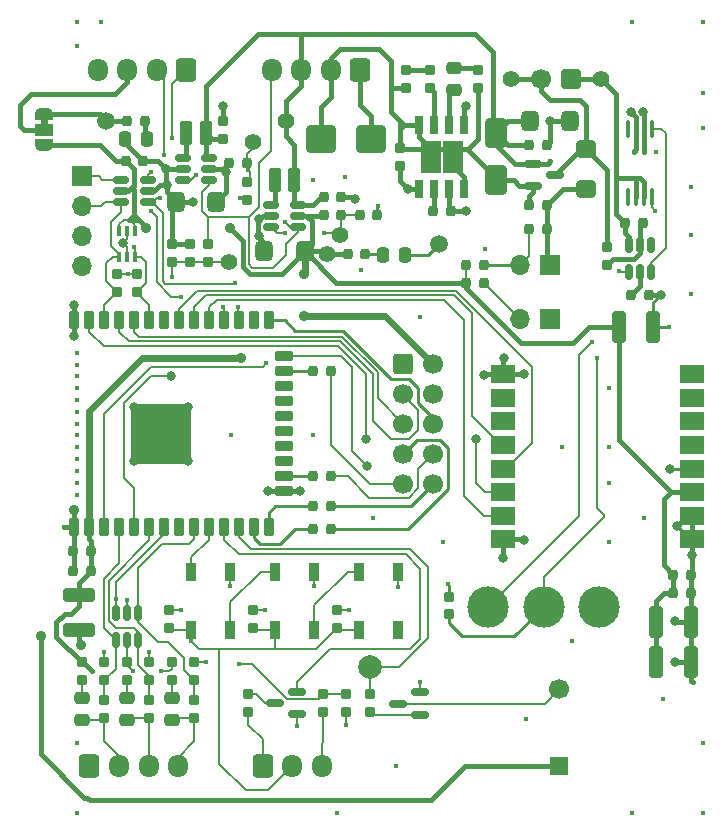
<source format=gbr>
%TF.GenerationSoftware,KiCad,Pcbnew,8.0.1*%
%TF.CreationDate,2024-06-12T15:22:07+02:00*%
%TF.ProjectId,Robuoy-Top,526f6275-6f79-42d5-946f-702e6b696361,rev?*%
%TF.SameCoordinates,Original*%
%TF.FileFunction,Copper,L1,Top*%
%TF.FilePolarity,Positive*%
%FSLAX46Y46*%
G04 Gerber Fmt 4.6, Leading zero omitted, Abs format (unit mm)*
G04 Created by KiCad (PCBNEW 8.0.1) date 2024-06-12 15:22:07*
%MOMM*%
%LPD*%
G01*
G04 APERTURE LIST*
G04 Aperture macros list*
%AMRoundRect*
0 Rectangle with rounded corners*
0 $1 Rounding radius*
0 $2 $3 $4 $5 $6 $7 $8 $9 X,Y pos of 4 corners*
0 Add a 4 corners polygon primitive as box body*
4,1,4,$2,$3,$4,$5,$6,$7,$8,$9,$2,$3,0*
0 Add four circle primitives for the rounded corners*
1,1,$1+$1,$2,$3*
1,1,$1+$1,$4,$5*
1,1,$1+$1,$6,$7*
1,1,$1+$1,$8,$9*
0 Add four rect primitives between the rounded corners*
20,1,$1+$1,$2,$3,$4,$5,0*
20,1,$1+$1,$4,$5,$6,$7,0*
20,1,$1+$1,$6,$7,$8,$9,0*
20,1,$1+$1,$8,$9,$2,$3,0*%
%AMFreePoly0*
4,1,19,0.550000,-0.750000,0.000000,-0.750000,0.000000,-0.744911,-0.071157,-0.744911,-0.207708,-0.704816,-0.327430,-0.627875,-0.420627,-0.520320,-0.479746,-0.390866,-0.500000,-0.250000,-0.500000,0.250000,-0.479746,0.390866,-0.420627,0.520320,-0.327430,0.627875,-0.207708,0.704816,-0.071157,0.744911,0.000000,0.744911,0.000000,0.750000,0.550000,0.750000,0.550000,-0.750000,0.550000,-0.750000,
$1*%
%AMFreePoly1*
4,1,19,0.000000,0.744911,0.071157,0.744911,0.207708,0.704816,0.327430,0.627875,0.420627,0.520320,0.479746,0.390866,0.500000,0.250000,0.500000,-0.250000,0.479746,-0.390866,0.420627,-0.520320,0.327430,-0.627875,0.207708,-0.704816,0.071157,-0.744911,0.000000,-0.744911,0.000000,-0.750000,-0.550000,-0.750000,-0.550000,0.750000,0.000000,0.750000,0.000000,0.744911,0.000000,0.744911,
$1*%
G04 Aperture macros list end*
%TA.AperFunction,EtchedComponent*%
%ADD10C,0.000000*%
%TD*%
%TA.AperFunction,SMDPad,CuDef*%
%ADD11RoundRect,0.150000X0.150000X-0.512500X0.150000X0.512500X-0.150000X0.512500X-0.150000X-0.512500X0*%
%TD*%
%TA.AperFunction,SMDPad,CuDef*%
%ADD12RoundRect,0.200000X0.200000X0.250000X-0.200000X0.250000X-0.200000X-0.250000X0.200000X-0.250000X0*%
%TD*%
%TA.AperFunction,SMDPad,CuDef*%
%ADD13RoundRect,0.200000X-0.200000X-0.250000X0.200000X-0.250000X0.200000X0.250000X-0.200000X0.250000X0*%
%TD*%
%TA.AperFunction,SMDPad,CuDef*%
%ADD14C,1.400000*%
%TD*%
%TA.AperFunction,SMDPad,CuDef*%
%ADD15RoundRect,0.200000X0.250000X-0.200000X0.250000X0.200000X-0.250000X0.200000X-0.250000X-0.200000X0*%
%TD*%
%TA.AperFunction,SMDPad,CuDef*%
%ADD16RoundRect,0.100000X0.100000X-0.637500X0.100000X0.637500X-0.100000X0.637500X-0.100000X-0.637500X0*%
%TD*%
%TA.AperFunction,SMDPad,CuDef*%
%ADD17RoundRect,0.200000X-0.250000X0.200000X-0.250000X-0.200000X0.250000X-0.200000X0.250000X0.200000X0*%
%TD*%
%TA.AperFunction,SMDPad,CuDef*%
%ADD18R,0.900000X1.500000*%
%TD*%
%TA.AperFunction,SMDPad,CuDef*%
%ADD19RoundRect,0.150000X-0.587500X-0.150000X0.587500X-0.150000X0.587500X0.150000X-0.587500X0.150000X0*%
%TD*%
%TA.AperFunction,ComponentPad*%
%ADD20RoundRect,0.250000X-0.600000X-0.725000X0.600000X-0.725000X0.600000X0.725000X-0.600000X0.725000X0*%
%TD*%
%TA.AperFunction,ComponentPad*%
%ADD21O,1.700000X1.950000*%
%TD*%
%TA.AperFunction,SMDPad,CuDef*%
%ADD22RoundRect,0.250000X0.400000X-0.250000X0.400000X0.250000X-0.400000X0.250000X-0.400000X-0.250000X0*%
%TD*%
%TA.AperFunction,SMDPad,CuDef*%
%ADD23RoundRect,0.091346X0.383654X0.958654X-0.383654X0.958654X-0.383654X-0.958654X0.383654X-0.958654X0*%
%TD*%
%TA.AperFunction,SMDPad,CuDef*%
%ADD24RoundRect,0.375000X-0.475000X0.375000X-0.475000X-0.375000X0.475000X-0.375000X0.475000X0.375000X0*%
%TD*%
%TA.AperFunction,ComponentPad*%
%ADD25RoundRect,0.250000X0.600000X0.725000X-0.600000X0.725000X-0.600000X-0.725000X0.600000X-0.725000X0*%
%TD*%
%TA.AperFunction,ComponentPad*%
%ADD26R,1.700000X1.700000*%
%TD*%
%TA.AperFunction,ComponentPad*%
%ADD27O,1.700000X1.700000*%
%TD*%
%TA.AperFunction,SMDPad,CuDef*%
%ADD28RoundRect,0.150000X0.512500X0.150000X-0.512500X0.150000X-0.512500X-0.150000X0.512500X-0.150000X0*%
%TD*%
%TA.AperFunction,SMDPad,CuDef*%
%ADD29FreePoly0,270.000000*%
%TD*%
%TA.AperFunction,SMDPad,CuDef*%
%ADD30R,1.500000X1.000000*%
%TD*%
%TA.AperFunction,SMDPad,CuDef*%
%ADD31FreePoly1,270.000000*%
%TD*%
%TA.AperFunction,ComponentPad*%
%ADD32C,1.500000*%
%TD*%
%TA.AperFunction,ComponentPad*%
%ADD33C,3.500000*%
%TD*%
%TA.AperFunction,SMDPad,CuDef*%
%ADD34RoundRect,0.250000X-0.250000X-0.400000X0.250000X-0.400000X0.250000X0.400000X-0.250000X0.400000X0*%
%TD*%
%TA.AperFunction,SMDPad,CuDef*%
%ADD35RoundRect,0.250000X-1.000000X-0.900000X1.000000X-0.900000X1.000000X0.900000X-1.000000X0.900000X0*%
%TD*%
%TA.AperFunction,SMDPad,CuDef*%
%ADD36RoundRect,0.250000X-0.325000X-1.100000X0.325000X-1.100000X0.325000X1.100000X-0.325000X1.100000X0*%
%TD*%
%TA.AperFunction,SMDPad,CuDef*%
%ADD37RoundRect,0.150000X-0.150000X0.512500X-0.150000X-0.512500X0.150000X-0.512500X0.150000X0.512500X0*%
%TD*%
%TA.AperFunction,SMDPad,CuDef*%
%ADD38RoundRect,0.150000X0.587500X0.150000X-0.587500X0.150000X-0.587500X-0.150000X0.587500X-0.150000X0*%
%TD*%
%TA.AperFunction,SMDPad,CuDef*%
%ADD39RoundRect,0.250000X-0.650000X1.000000X-0.650000X-1.000000X0.650000X-1.000000X0.650000X1.000000X0*%
%TD*%
%TA.AperFunction,SMDPad,CuDef*%
%ADD40RoundRect,0.250000X-1.100000X0.325000X-1.100000X-0.325000X1.100000X-0.325000X1.100000X0.325000X0*%
%TD*%
%TA.AperFunction,SMDPad,CuDef*%
%ADD41R,0.650000X1.500000*%
%TD*%
%TA.AperFunction,SMDPad,CuDef*%
%ADD42R,1.800000X1.350000*%
%TD*%
%TA.AperFunction,SMDPad,CuDef*%
%ADD43R,2.000000X1.500000*%
%TD*%
%TA.AperFunction,SMDPad,CuDef*%
%ADD44RoundRect,0.150000X-0.512500X-0.150000X0.512500X-0.150000X0.512500X0.150000X-0.512500X0.150000X0*%
%TD*%
%TA.AperFunction,SMDPad,CuDef*%
%ADD45RoundRect,0.375000X-0.375000X-0.475000X0.375000X-0.475000X0.375000X0.475000X-0.375000X0.475000X0*%
%TD*%
%TA.AperFunction,ComponentPad*%
%ADD46R,1.650000X1.650000*%
%TD*%
%TA.AperFunction,ComponentPad*%
%ADD47C,1.700000*%
%TD*%
%TA.AperFunction,SMDPad,CuDef*%
%ADD48RoundRect,0.375000X0.375000X0.475000X-0.375000X0.475000X-0.375000X-0.475000X0.375000X-0.475000X0*%
%TD*%
%TA.AperFunction,SMDPad,CuDef*%
%ADD49RoundRect,0.225000X0.225000X-0.525000X0.225000X0.525000X-0.225000X0.525000X-0.225000X-0.525000X0*%
%TD*%
%TA.AperFunction,SMDPad,CuDef*%
%ADD50RoundRect,0.225000X0.525000X0.225000X-0.525000X0.225000X-0.525000X-0.225000X0.525000X-0.225000X0*%
%TD*%
%TA.AperFunction,SMDPad,CuDef*%
%ADD51RoundRect,0.250000X2.250000X-2.250000X2.250000X2.250000X-2.250000X2.250000X-2.250000X-2.250000X0*%
%TD*%
%TA.AperFunction,SMDPad,CuDef*%
%ADD52RoundRect,0.100000X-0.100000X0.350000X-0.100000X-0.350000X0.100000X-0.350000X0.100000X0.350000X0*%
%TD*%
%TA.AperFunction,ComponentPad*%
%ADD53RoundRect,0.206250X0.618750X0.618750X-0.618750X0.618750X-0.618750X-0.618750X0.618750X-0.618750X0*%
%TD*%
%TA.AperFunction,SMDPad,CuDef*%
%ADD54C,2.000000*%
%TD*%
%TA.AperFunction,SMDPad,CuDef*%
%ADD55RoundRect,0.250000X0.250000X0.400000X-0.250000X0.400000X-0.250000X-0.400000X0.250000X-0.400000X0*%
%TD*%
%TA.AperFunction,ComponentPad*%
%ADD56RoundRect,0.250000X-0.600000X-0.600000X0.600000X-0.600000X0.600000X0.600000X-0.600000X0.600000X0*%
%TD*%
%TA.AperFunction,ViaPad*%
%ADD57C,0.800000*%
%TD*%
%TA.AperFunction,ViaPad*%
%ADD58C,0.450000*%
%TD*%
%TA.AperFunction,ViaPad*%
%ADD59C,0.900000*%
%TD*%
%TA.AperFunction,Conductor*%
%ADD60C,0.400000*%
%TD*%
%TA.AperFunction,Conductor*%
%ADD61C,0.200000*%
%TD*%
%TA.AperFunction,Conductor*%
%ADD62C,0.250000*%
%TD*%
%TA.AperFunction,Conductor*%
%ADD63C,0.600000*%
%TD*%
G04 APERTURE END LIST*
D10*
%TA.AperFunction,EtchedComponent*%
%TO.C,JP101*%
G36*
X22499600Y-54718000D02*
G01*
X21899600Y-54718000D01*
X21899600Y-54218000D01*
X22499600Y-54218000D01*
X22499600Y-54718000D01*
G37*
%TD.AperFunction*%
%TD*%
D11*
%TO.P,U203,1,OD*%
%TO.N,Net-(Q201-G1)*%
X71694000Y-67177500D03*
%TO.P,U203,2,CS*%
%TO.N,Net-(U203-CS)*%
X72644000Y-67177500D03*
%TO.P,U203,3,OC*%
%TO.N,Net-(Q201-G2)*%
X73594000Y-67177500D03*
%TO.P,U203,4,TD*%
%TO.N,unconnected-(U203-TD-Pad4)*%
X73594000Y-64902500D03*
%TO.P,U203,5,VCC*%
%TO.N,Net-(U203-VCC)*%
X72644000Y-64902500D03*
%TO.P,U203,6,GND*%
%TO.N,Net-(J202-Pin_1)*%
X71694000Y-64902500D03*
%TD*%
D12*
%TO.P,C108,1*%
%TO.N,+3.3V*%
X26150000Y-92456000D03*
%TO.P,C108,2*%
%TO.N,GND*%
X24650000Y-92456000D03*
%TD*%
D13*
%TO.P,C104,1*%
%TO.N,+3.3V*%
X75450000Y-92776000D03*
%TO.P,C104,2*%
%TO.N,GND*%
X76950000Y-92776000D03*
%TD*%
D12*
%TO.P,C109,1*%
%TO.N,+3.3V*%
X26150000Y-90805000D03*
%TO.P,C109,2*%
%TO.N,GND*%
X24650000Y-90805000D03*
%TD*%
D13*
%TO.P,C209,1*%
%TO.N,VBUS*%
X63258000Y-56388000D03*
%TO.P,C209,2*%
%TO.N,GND*%
X64758000Y-56388000D03*
%TD*%
D14*
%TO.P,TP207,1,1*%
%TO.N,+3.3V*%
X46106500Y-65653500D03*
%TD*%
D13*
%TO.P,R206,1*%
%TO.N,+5V*%
X37858000Y-57912000D03*
%TO.P,R206,2*%
%TO.N,Net-(U201-FB)*%
X39358000Y-57912000D03*
%TD*%
%TO.P,R209,1*%
%TO.N,Net-(U203-CS)*%
X71894000Y-69088000D03*
%TO.P,R209,2*%
%TO.N,GND*%
X73394000Y-69088000D03*
%TD*%
D15*
%TO.P,C105,1*%
%TO.N,+3.3V*%
X32766000Y-97282000D03*
%TO.P,C105,2*%
%TO.N,GND*%
X32766000Y-95782000D03*
%TD*%
D16*
%TO.P,Q201,1,D12_1*%
%TO.N,unconnected-(Q201-D12_1-Pad1)*%
X71669000Y-60774500D03*
%TO.P,Q201,2,S1_1*%
%TO.N,Net-(J202-Pin_1)*%
X72319000Y-60774500D03*
%TO.P,Q201,3,S1_1*%
X72969000Y-60774500D03*
%TO.P,Q201,4,G1*%
%TO.N,Net-(Q201-G1)*%
X73619000Y-60774500D03*
%TO.P,Q201,5,G2*%
%TO.N,Net-(Q201-G2)*%
X73619000Y-55049500D03*
%TO.P,Q201,6,S2_2*%
%TO.N,GND*%
X72969000Y-55049500D03*
%TO.P,Q201,7,S2_2*%
X72319000Y-55049500D03*
%TO.P,Q201,8,D12_2*%
%TO.N,unconnected-(Q201-D12_2-Pad8)*%
X71669000Y-55049500D03*
%TD*%
D17*
%TO.P,R108,1*%
%TO.N,BUTTON3*%
X34925000Y-103390000D03*
%TO.P,R108,2*%
%TO.N,Net-(D103-K)*%
X34925000Y-104890000D03*
%TD*%
D18*
%TO.P,D104,1,VDD*%
%TO.N,+3.3V*%
X34672000Y-97446000D03*
%TO.P,D104,2,DOUT*%
%TO.N,Net-(D104-DOUT)*%
X37972000Y-97446000D03*
%TO.P,D104,3,VSS*%
%TO.N,GND*%
X37972000Y-92546000D03*
%TO.P,D104,4,DIN*%
%TO.N,LEDS*%
X34672000Y-92546000D03*
%TD*%
D12*
%TO.P,C206,1*%
%TO.N,Net-(U203-VCC)*%
X72886000Y-62992000D03*
%TO.P,C206,2*%
%TO.N,Net-(J202-Pin_1)*%
X71386000Y-62992000D03*
%TD*%
D15*
%TO.P,R203,1*%
%TO.N,Enable*%
X56500000Y-96150000D03*
%TO.P,R203,2*%
%TO.N,GND*%
X56500000Y-94650000D03*
%TD*%
D19*
%TO.P,Q202,1,D*%
%TO.N,VBUS*%
X63578500Y-57978000D03*
%TO.P,Q202,2,G*%
%TO.N,PAD*%
X63578500Y-59878000D03*
%TO.P,Q202,3,S*%
%TO.N,Net-(J202-Pin_2)*%
X65453500Y-58928000D03*
%TD*%
D12*
%TO.P,R216,1*%
%TO.N,Net-(D206-A)*%
X49396500Y-65653500D03*
%TO.P,R216,2*%
%TO.N,+3.3V*%
X47896500Y-65653500D03*
%TD*%
D20*
%TO.P,J103,1,Pin_1*%
%TO.N,Net-(J103-Pin_1)*%
X40700000Y-109000000D03*
D21*
%TO.P,J103,2,Pin_2*%
%TO.N,+3.3V*%
X43200000Y-109000000D03*
%TO.P,J103,3,Pin_3*%
%TO.N,Net-(J103-Pin_3)*%
X45700000Y-109000000D03*
%TD*%
D13*
%TO.P,C106,1*%
%TO.N,+3.3V*%
X75450000Y-94300000D03*
%TO.P,C106,2*%
%TO.N,GND*%
X76950000Y-94300000D03*
%TD*%
D14*
%TO.P,TP204,1,1*%
%TO.N,Net-(J202-Pin_2)*%
X61722000Y-50800000D03*
%TD*%
D17*
%TO.P,C113,1*%
%TO.N,BUTTON*%
X47752000Y-102882000D03*
%TO.P,C113,2*%
%TO.N,GND*%
X47752000Y-104382000D03*
%TD*%
%TO.P,R110,1*%
%TO.N,BUTTON1*%
X27305000Y-103390000D03*
%TO.P,R110,2*%
%TO.N,Net-(D101-K)*%
X27305000Y-104890000D03*
%TD*%
D13*
%TO.P,C114,1*%
%TO.N,+3.3V*%
X29095000Y-57785000D03*
%TO.P,C114,2*%
%TO.N,GND*%
X30595000Y-57785000D03*
%TD*%
D22*
%TO.P,D102,1,K*%
%TO.N,Net-(D102-K)*%
X29210000Y-105090000D03*
%TO.P,D102,2,A*%
%TO.N,Net-(D102-A)*%
X29210000Y-103190000D03*
%TD*%
D14*
%TO.P,TP205,1,1*%
%TO.N,Net-(J202-Pin_1)*%
X69342000Y-50800000D03*
%TD*%
D23*
%TO.P,L202,1*%
%TO.N,VBUS*%
X43375500Y-59370000D03*
%TO.P,L202,2*%
%TO.N,Net-(U204-SW)*%
X41725500Y-59370000D03*
%TD*%
D24*
%TO.P,C207,1*%
%TO.N,Net-(J202-Pin_2)*%
X68072000Y-56720000D03*
%TO.P,C207,2*%
%TO.N,GND*%
X68072000Y-60120000D03*
%TD*%
D13*
%TO.P,C205,1*%
%TO.N,VBUS*%
X45864500Y-60827500D03*
%TO.P,C205,2*%
%TO.N,GND*%
X47364500Y-60827500D03*
%TD*%
D25*
%TO.P,J104,1,Pin_1*%
%TO.N,TX*%
X34230000Y-50055000D03*
D21*
%TO.P,J104,2,Pin_2*%
%TO.N,RX*%
X31730000Y-50055000D03*
%TO.P,J104,3,Pin_3*%
%TO.N,/CPU/Vgps*%
X29230000Y-50055000D03*
%TO.P,J104,4,Pin_4*%
%TO.N,GND*%
X26730000Y-50055000D03*
%TD*%
D26*
%TO.P,SW102,1,1*%
%TO.N,GND*%
X65024000Y-66548000D03*
D27*
%TO.P,SW102,2,2*%
%TO.N,EN*%
X62484000Y-66548000D03*
%TD*%
D28*
%TO.P,U103,1,I/O1*%
%TO.N,RX*%
X30982500Y-61275000D03*
%TO.P,U103,2,GND*%
%TO.N,GND*%
X30982500Y-60325000D03*
%TO.P,U103,3,I/O2*%
%TO.N,TX*%
X30982500Y-59375000D03*
%TO.P,U103,4,I/O3*%
%TO.N,/CPU/SDA*%
X28707500Y-59375000D03*
%TO.P,U103,5,VBUS*%
%TO.N,+3.3V*%
X28707500Y-60325000D03*
%TO.P,U103,6,I/O4*%
%TO.N,/CPU/SCL*%
X28707500Y-61275000D03*
%TD*%
D15*
%TO.P,C111,1*%
%TO.N,BUTTON2*%
X31115000Y-101715000D03*
%TO.P,C111,2*%
%TO.N,GND*%
X31115000Y-100215000D03*
%TD*%
D29*
%TO.P,JP101,1,A*%
%TO.N,+5V*%
X22199600Y-53818000D03*
D30*
%TO.P,JP101,2,C*%
%TO.N,/CPU/Vgps*%
X22199600Y-55118000D03*
D31*
%TO.P,JP101,3,B*%
%TO.N,+3.3V*%
X22199600Y-56418000D03*
%TD*%
D32*
%TO.P,TP208,1,1*%
%TO.N,GND*%
X55626000Y-64770000D03*
%TD*%
D33*
%TO.P,SW201,1*%
%TO.N,VBUS*%
X59800000Y-95500000D03*
%TO.P,SW201,2*%
%TO.N,Enable*%
X64500000Y-95500000D03*
%TO.P,SW201,3*%
%TO.N,unconnected-(SW201-Pad3)*%
X69200000Y-95500000D03*
%TD*%
D17*
%TO.P,C202,1*%
%TO.N,PAD*%
X52324000Y-56654000D03*
%TO.P,C202,2*%
%TO.N,GND*%
X52324000Y-58154000D03*
%TD*%
D34*
%TO.P,D205,1,K*%
%TO.N,GND*%
X29022000Y-55880000D03*
%TO.P,D205,2,A*%
%TO.N,Net-(D205-A)*%
X30922000Y-55880000D03*
%TD*%
D35*
%TO.P,D201,1,A1*%
%TO.N,PAD*%
X45602000Y-55880000D03*
%TO.P,D201,2,A2*%
%TO.N,GND*%
X49902000Y-55880000D03*
%TD*%
D17*
%TO.P,R109,1*%
%TO.N,BUTTON2*%
X31115000Y-103390000D03*
%TO.P,R109,2*%
%TO.N,Net-(D102-K)*%
X31115000Y-104890000D03*
%TD*%
D36*
%TO.P,C301,1*%
%TO.N,+3.3V*%
X70825000Y-71800000D03*
%TO.P,C301,2*%
%TO.N,GND*%
X73775000Y-71800000D03*
%TD*%
D12*
%TO.P,R105,1*%
%TO.N,Net-(J101-Pin_9)*%
X46470000Y-75565000D03*
%TO.P,R105,2*%
%TO.N,MTDO*%
X44970000Y-75565000D03*
%TD*%
D15*
%TO.P,C201,1*%
%TO.N,VBUS*%
X37338000Y-55868000D03*
%TO.P,C201,2*%
%TO.N,GND*%
X37338000Y-54368000D03*
%TD*%
D17*
%TO.P,R116,1*%
%TO.N,+3.3V*%
X33020000Y-100215000D03*
%TO.P,R116,2*%
%TO.N,Net-(D103-A)*%
X33020000Y-101715000D03*
%TD*%
D13*
%TO.P,R214,1*%
%TO.N,PAD*%
X63258000Y-61468000D03*
%TO.P,R214,2*%
%TO.N,GND*%
X64758000Y-61468000D03*
%TD*%
D37*
%TO.P,U102,1,I/O1*%
%TO.N,BUTTON3*%
X30160000Y-96017500D03*
%TO.P,U102,2,GND*%
%TO.N,GND*%
X29210000Y-96017500D03*
%TO.P,U102,3,I/O2*%
%TO.N,BUTTON*%
X28260000Y-96017500D03*
%TO.P,U102,4,I/O3*%
%TO.N,BUTTON1*%
X28260000Y-98292500D03*
%TO.P,U102,5,VBUS*%
%TO.N,+3.3V*%
X29210000Y-98292500D03*
%TO.P,U102,6,I/O4*%
%TO.N,BUTTON2*%
X30160000Y-98292500D03*
%TD*%
D14*
%TO.P,TP201,1,1*%
%TO.N,Net-(U201-FB)*%
X39878000Y-56134000D03*
%TD*%
D38*
%TO.P,Q102,1,G*%
%TO.N,Net-(Q102-G)*%
X54023500Y-104648000D03*
%TO.P,Q102,2,S*%
%TO.N,GND*%
X54023500Y-102748000D03*
%TO.P,Q102,3,D*%
%TO.N,Net-(BZ101--)*%
X52148500Y-103698000D03*
%TD*%
D17*
%TO.P,R207,1*%
%TO.N,Net-(U201-FB)*%
X39400000Y-59550000D03*
%TO.P,R207,2*%
%TO.N,GND*%
X39400000Y-61050000D03*
%TD*%
D15*
%TO.P,C303,1*%
%TO.N,+3.3V*%
X46990000Y-97270000D03*
%TO.P,C303,2*%
%TO.N,GND*%
X46990000Y-95770000D03*
%TD*%
D38*
%TO.P,Q101,1,D*%
%TO.N,GND*%
X43609500Y-104582000D03*
%TO.P,Q101,2,G*%
%TO.N,BUTTON_LIGHT*%
X43609500Y-102682000D03*
%TO.P,Q101,3,S*%
%TO.N,Net-(Q101-S)*%
X41734500Y-103632000D03*
%TD*%
D17*
%TO.P,R112,1*%
%TO.N,BUTTON*%
X45847000Y-102882000D03*
%TO.P,R112,2*%
%TO.N,Net-(J103-Pin_3)*%
X45847000Y-104382000D03*
%TD*%
D39*
%TO.P,D204,1,K*%
%TO.N,VBUS*%
X60452000Y-55404000D03*
%TO.P,D204,2,A*%
%TO.N,PAD*%
X60452000Y-59404000D03*
%TD*%
D15*
%TO.P,R205,1*%
%TO.N,/CPU/Vbatt*%
X34544000Y-66282000D03*
%TO.P,R205,2*%
%TO.N,GND*%
X34544000Y-64782000D03*
%TD*%
D40*
%TO.P,C102,1*%
%TO.N,+3.3V*%
X25146000Y-94511600D03*
%TO.P,C102,2*%
%TO.N,GND*%
X25146000Y-97461600D03*
%TD*%
D14*
%TO.P,TP206,1,1*%
%TO.N,Net-(U204-FB)*%
X47269400Y-64008000D03*
%TD*%
D17*
%TO.P,R113,1*%
%TO.N,Net-(Q101-S)*%
X39497000Y-102882000D03*
%TO.P,R113,2*%
%TO.N,Net-(J103-Pin_1)*%
X39497000Y-104382000D03*
%TD*%
D13*
%TO.P,R102,1*%
%TO.N,+3.3V*%
X57924000Y-66548000D03*
%TO.P,R102,2*%
%TO.N,EN*%
X59424000Y-66548000D03*
%TD*%
%TO.P,R212,1*%
%TO.N,+3.3V*%
X45864500Y-62351500D03*
%TO.P,R212,2*%
%TO.N,Net-(U204-FB)*%
X47364500Y-62351500D03*
%TD*%
D15*
%TO.P,D202,1,K*%
%TO.N,Net-(D202-K)*%
X54864000Y-51550000D03*
%TO.P,D202,2,A*%
%TO.N,Net-(D202-A)*%
X54864000Y-50050000D03*
%TD*%
%TO.P,R211,1*%
%TO.N,Net-(U203-VCC)*%
X69850000Y-66536000D03*
%TO.P,R211,2*%
%TO.N,Net-(J202-Pin_2)*%
X69850000Y-65036000D03*
%TD*%
D12*
%TO.P,R104,1*%
%TO.N,Net-(J101-Pin_8)*%
X46470000Y-84455000D03*
%TO.P,R104,2*%
%TO.N,MTCK*%
X44970000Y-84455000D03*
%TD*%
D41*
%TO.P,U202,1,TEMP*%
%TO.N,GND*%
X53975000Y-60104000D03*
%TO.P,U202,2,PROG*%
%TO.N,Net-(U202-PROG)*%
X55245000Y-60104000D03*
%TO.P,U202,3,GND*%
%TO.N,GND*%
X56515000Y-60104000D03*
%TO.P,U202,4,Vcc*%
%TO.N,PAD*%
X57785000Y-60104000D03*
%TO.P,U202,5,BAT*%
%TO.N,Net-(J202-Pin_2)*%
X57785000Y-54704000D03*
%TO.P,U202,6,~{STDBY}*%
%TO.N,Net-(D203-K)*%
X56515000Y-54704000D03*
%TO.P,U202,7,~{CHRG}*%
%TO.N,Net-(D202-K)*%
X55245000Y-54704000D03*
%TO.P,U202,8,CE*%
%TO.N,PAD*%
X53975000Y-54704000D03*
D42*
%TO.P,U202,9,PAD*%
X54980000Y-58079000D03*
X56780000Y-58079000D03*
X54980000Y-56729000D03*
X56780000Y-56729000D03*
%TD*%
D43*
%TO.P,U301,1,GND*%
%TO.N,GND*%
X77088000Y-89804000D03*
%TO.P,U301,2,GND*%
X77088000Y-87804000D03*
%TO.P,U301,3,VDD*%
%TO.N,+3.3V*%
X77088000Y-85804000D03*
%TO.P,U301,4,~{RESET}*%
%TO.N,/CPU/RADIO_5*%
X77088000Y-83804000D03*
%TO.P,U301,5,DIO0*%
%TO.N,unconnected-(U301-DIO0-Pad5)*%
X77088000Y-81804000D03*
%TO.P,U301,6,DIO1*%
%TO.N,unconnected-(U301-DIO1-Pad6)*%
X77088000Y-79804000D03*
%TO.P,U301,7,DIO2*%
%TO.N,unconnected-(U301-DIO2-Pad7)*%
X77088000Y-77804000D03*
%TO.P,U301,8,DIO3*%
%TO.N,unconnected-(U301-DIO3-Pad8)*%
X77088000Y-75804000D03*
%TO.P,U301,9,GND*%
%TO.N,GND*%
X61088000Y-75804000D03*
%TO.P,U301,10,DIO4*%
%TO.N,unconnected-(U301-DIO4-Pad10)*%
X61088000Y-77804000D03*
%TO.P,U301,11,DIO5*%
%TO.N,unconnected-(U301-DIO5-Pad11)*%
X61088000Y-79804000D03*
%TO.P,U301,12,SCK*%
%TO.N,/CPU/RADIO_3*%
X61088000Y-81804000D03*
%TO.P,U301,13,MISO*%
%TO.N,/CPU/RADIO_2*%
X61088000Y-83804000D03*
%TO.P,U301,14,MOSI*%
%TO.N,/CPU/RADIO_1*%
X61088000Y-85804000D03*
%TO.P,U301,15,~{NSS}*%
%TO.N,/CPU/RADIO_4*%
X61088000Y-87804000D03*
%TO.P,U301,16,GND*%
%TO.N,GND*%
X61088000Y-89804000D03*
%TD*%
D25*
%TO.P,J201,1,Pin_1*%
%TO.N,GND*%
X48962000Y-50055000D03*
D21*
%TO.P,J201,2,Pin_2*%
%TO.N,PAD*%
X46462000Y-50055000D03*
%TO.P,J201,3,Pin_3*%
%TO.N,VBUS*%
X43962000Y-50055000D03*
%TO.P,J201,4,Pin_4*%
%TO.N,Enable*%
X41462000Y-50055000D03*
%TD*%
D26*
%TO.P,SW101,1,1*%
%TO.N,GND*%
X65024000Y-71120000D03*
D27*
%TO.P,SW101,2,2*%
%TO.N,DR0*%
X62484000Y-71120000D03*
%TD*%
D44*
%TO.P,U201,1,SW*%
%TO.N,Net-(U201-SW)*%
X33914500Y-57470000D03*
%TO.P,U201,2,GND*%
%TO.N,GND*%
X33914500Y-58420000D03*
%TO.P,U201,3,FB*%
%TO.N,Net-(U201-FB)*%
X33914500Y-59370000D03*
%TO.P,U201,4,EN*%
%TO.N,Enable*%
X36189500Y-59370000D03*
%TO.P,U201,5,VOUT*%
%TO.N,+5V*%
X36189500Y-58420000D03*
%TO.P,U201,6,VI*%
%TO.N,VBUS*%
X36189500Y-57470000D03*
%TD*%
D15*
%TO.P,C110,1*%
%TO.N,BUTTON1*%
X27305000Y-101715000D03*
%TO.P,C110,2*%
%TO.N,GND*%
X27305000Y-100215000D03*
%TD*%
%TO.P,R201,1*%
%TO.N,PAD*%
X52832000Y-51550000D03*
%TO.P,R201,2*%
%TO.N,Net-(D202-A)*%
X52832000Y-50050000D03*
%TD*%
D36*
%TO.P,C302,1*%
%TO.N,+3.3V*%
X74025000Y-96800000D03*
%TO.P,C302,2*%
%TO.N,GND*%
X76975000Y-96800000D03*
%TD*%
D45*
%TO.P,C210,1*%
%TO.N,VBUS*%
X63324000Y-54356000D03*
%TO.P,C210,2*%
%TO.N,GND*%
X66724000Y-54356000D03*
%TD*%
D32*
%TO.P,TP202,1,1*%
%TO.N,+5V*%
X27432000Y-54356000D03*
%TD*%
D12*
%TO.P,R106,1*%
%TO.N,Net-(J101-Pin_10)*%
X46470000Y-86995000D03*
%TO.P,R106,2*%
%TO.N,MTDI*%
X44970000Y-86995000D03*
%TD*%
D22*
%TO.P,D203,1,K*%
%TO.N,Net-(D203-K)*%
X56896000Y-51750000D03*
%TO.P,D203,2,A*%
%TO.N,Net-(D203-A)*%
X56896000Y-49850000D03*
%TD*%
D46*
%TO.P,BZ101,1,+*%
%TO.N,+5V*%
X65800000Y-109000000D03*
D47*
%TO.P,BZ101,2,-*%
%TO.N,Net-(BZ101--)*%
X65800000Y-102500000D03*
%TD*%
D13*
%TO.P,R101,1*%
%TO.N,+3.3V*%
X57924000Y-68072000D03*
%TO.P,R101,2*%
%TO.N,DR0*%
X59424000Y-68072000D03*
%TD*%
D48*
%TO.P,C204,1*%
%TO.N,+5V*%
X36752000Y-61214000D03*
%TO.P,C204,2*%
%TO.N,GND*%
X33352000Y-61214000D03*
%TD*%
D12*
%TO.P,R103,1*%
%TO.N,Net-(J101-Pin_7)*%
X46470000Y-88900000D03*
%TO.P,R103,2*%
%TO.N,MTMS*%
X44970000Y-88900000D03*
%TD*%
D22*
%TO.P,D103,1,K*%
%TO.N,Net-(D103-K)*%
X33020000Y-105090000D03*
%TO.P,D103,2,A*%
%TO.N,Net-(D103-A)*%
X33020000Y-103190000D03*
%TD*%
D14*
%TO.P,TP209,1,1*%
%TO.N,VBUS*%
X42672000Y-54356000D03*
%TD*%
D13*
%TO.P,R213,1*%
%TO.N,Net-(U204-FB)*%
X48912500Y-62351500D03*
%TO.P,R213,2*%
%TO.N,GND*%
X50412500Y-62351500D03*
%TD*%
D17*
%TO.P,R107,1*%
%TO.N,+3.3V*%
X30073600Y-67322000D03*
%TO.P,R107,2*%
%TO.N,/CPU/SDA*%
X30073600Y-68822000D03*
%TD*%
D49*
%TO.P,U101,1,GND*%
%TO.N,GND*%
X24743000Y-88750000D03*
%TO.P,U101,2,VDD*%
%TO.N,+3.3V*%
X26013000Y-88750000D03*
%TO.P,U101,3,CHIP_PU/EN*%
%TO.N,EN*%
X27283000Y-88750000D03*
%TO.P,U101,4,GPIO36*%
%TO.N,BUTTON1*%
X28553000Y-88750000D03*
%TO.P,U101,5,GPIO39*%
%TO.N,/CPU/Vbatt*%
X29823000Y-88750000D03*
%TO.P,U101,6,GPIO34*%
%TO.N,BUTTON2*%
X31093000Y-88750000D03*
%TO.P,U101,7,GPIO35*%
%TO.N,BUTTON*%
X32363000Y-88750000D03*
%TO.P,U101,8,GPIO32*%
%TO.N,unconnected-(U101-GPIO32-Pad8)*%
X33633000Y-88750000D03*
%TO.P,U101,9,GPIO33*%
%TO.N,BUTTON3*%
X34903000Y-88750000D03*
%TO.P,U101,10,GPIO25*%
%TO.N,LEDS*%
X36173000Y-88750000D03*
%TO.P,U101,11,GPIO26*%
%TO.N,BUTTON_LIGHT*%
X37443000Y-88750000D03*
%TO.P,U101,12,GPIO27*%
%TO.N,BUZZER*%
X38713000Y-88750000D03*
%TO.P,U101,13,MTMS/SCK/CLK/GPIO14*%
%TO.N,MTMS*%
X39983000Y-88750000D03*
%TO.P,U101,14,MTDI/MISO/D2/GPIO12*%
%TO.N,MTDI*%
X41253000Y-88750000D03*
D50*
%TO.P,U101,15,GND*%
%TO.N,GND*%
X42503000Y-85715000D03*
%TO.P,U101,16,MTCK/MOSI/D3/GPIO13*%
%TO.N,MTCK*%
X42503000Y-84445000D03*
%TO.P,U101,17,NC*%
%TO.N,unconnected-(U101-NC-Pad17)*%
X42503000Y-83175000D03*
%TO.P,U101,18,NC*%
%TO.N,unconnected-(U101-NC-Pad18)*%
X42503000Y-81905000D03*
%TO.P,U101,19,NC*%
%TO.N,unconnected-(U101-NC-Pad19)*%
X42503000Y-80635000D03*
%TO.P,U101,20,NC*%
%TO.N,unconnected-(U101-NC-Pad20)*%
X42503000Y-79365000D03*
%TO.P,U101,21,NC*%
%TO.N,unconnected-(U101-NC-Pad21)*%
X42503000Y-78095000D03*
%TO.P,U101,22,NC*%
%TO.N,unconnected-(U101-NC-Pad22)*%
X42503000Y-76825000D03*
%TO.P,U101,23,MTDO/CS/CMD/GPIO15*%
%TO.N,MTDO*%
X42503000Y-75555000D03*
%TO.P,U101,24,D0/GPIO2*%
%TO.N,/CPU/RADIO_5*%
X42503000Y-74285000D03*
D49*
%TO.P,U101,25,BOOT/GPIO0*%
%TO.N,DR0*%
X41253000Y-71250000D03*
%TO.P,U101,26,D1/GPIO4*%
%TO.N,unconnected-(U101-D1{slash}GPIO4-Pad26)*%
X39983000Y-71250000D03*
%TO.P,U101,27,RXD/GPIO16*%
%TO.N,RX*%
X38713000Y-71250000D03*
%TO.P,U101,28,TXD/GPIO17*%
%TO.N,TX*%
X37443000Y-71250000D03*
%TO.P,U101,29,CS/GPIO5*%
%TO.N,/CPU/RADIO_4*%
X36173000Y-71250000D03*
%TO.P,U101,30,SCK/GPIO18*%
%TO.N,/CPU/RADIO_3*%
X34903000Y-71250000D03*
%TO.P,U101,31,MISO/GPIO19*%
%TO.N,/CPU/RADIO_2*%
X33633000Y-71250000D03*
%TO.P,U101,32,NC*%
%TO.N,unconnected-(U101-NC-Pad32)*%
X32363000Y-71250000D03*
%TO.P,U101,33,SDA/GPIO21*%
%TO.N,/CPU/SDA*%
X31093000Y-71250000D03*
%TO.P,U101,34,RXD/GPIO3*%
%TO.N,RX*%
X29823000Y-71250000D03*
%TO.P,U101,35,TXD/GPIO1*%
%TO.N,TX*%
X28553000Y-71250000D03*
%TO.P,U101,36,SCL/GPIO22*%
%TO.N,/CPU/SCL*%
X27283000Y-71250000D03*
%TO.P,U101,37,MOSI/GPIO23*%
%TO.N,/CPU/RADIO_1*%
X26013000Y-71250000D03*
%TO.P,U101,38,GND*%
%TO.N,GND*%
X24743000Y-71250000D03*
D51*
%TO.P,U101,39,GND*%
X32088000Y-80860000D03*
%TD*%
D13*
%TO.P,C101,1*%
%TO.N,EN*%
X63258000Y-63500000D03*
%TO.P,C101,2*%
%TO.N,GND*%
X64758000Y-63500000D03*
%TD*%
D52*
%TO.P,U104,1,VCC*%
%TO.N,+3.3V*%
X29860000Y-63670000D03*
%TO.P,U104,2,GND*%
%TO.N,GND*%
X29210000Y-63670000D03*
%TO.P,U104,3,EN*%
%TO.N,+3.3V*%
X28560000Y-63670000D03*
%TO.P,U104,4,BUS2*%
%TO.N,/CPU/SCL*%
X28560000Y-65870000D03*
%TO.P,U104,5,GND*%
%TO.N,GND*%
X29210000Y-65870000D03*
%TO.P,U104,6,BUS1*%
%TO.N,/CPU/SDA*%
X29860000Y-65870000D03*
%TD*%
D26*
%TO.P,J105,1,Pin_1*%
%TO.N,/CPU/SDA*%
X25425000Y-59065000D03*
D27*
%TO.P,J105,2,Pin_2*%
%TO.N,/CPU/SCL*%
X25425000Y-61605000D03*
%TO.P,J105,3,Pin_3*%
%TO.N,+5V*%
X25425000Y-64145000D03*
%TO.P,J105,4,Pin_4*%
%TO.N,GND*%
X25425000Y-66685000D03*
%TD*%
D15*
%TO.P,C203,1*%
%TO.N,/CPU/Vbatt*%
X33020000Y-66282000D03*
%TO.P,C203,2*%
%TO.N,GND*%
X33020000Y-64782000D03*
%TD*%
D17*
%TO.P,R115,1*%
%TO.N,+3.3V*%
X29210000Y-100215000D03*
%TO.P,R115,2*%
%TO.N,Net-(D102-A)*%
X29210000Y-101715000D03*
%TD*%
D44*
%TO.P,U204,1,SW*%
%TO.N,Net-(U204-SW)*%
X41413000Y-61468000D03*
%TO.P,U204,2,GND*%
%TO.N,GND*%
X41413000Y-62418000D03*
%TO.P,U204,3,FB*%
%TO.N,Net-(U204-FB)*%
X41413000Y-63368000D03*
%TO.P,U204,4,EN*%
%TO.N,Enable*%
X43688000Y-63368000D03*
%TO.P,U204,5,VOUT*%
%TO.N,+3.3V*%
X43688000Y-62418000D03*
%TO.P,U204,6,VI*%
%TO.N,VBUS*%
X43688000Y-61468000D03*
%TD*%
D53*
%TO.P,J202,1,Pin_1*%
%TO.N,Net-(J202-Pin_1)*%
X66802000Y-50800000D03*
D47*
%TO.P,J202,2,Pin_2*%
%TO.N,Net-(J202-Pin_2)*%
X64262000Y-50800000D03*
%TD*%
D15*
%TO.P,C107,1*%
%TO.N,+3.3V*%
X39878000Y-97270000D03*
%TO.P,C107,2*%
%TO.N,GND*%
X39878000Y-95770000D03*
%TD*%
D18*
%TO.P,D105,1,VDD*%
%TO.N,+3.3V*%
X41784000Y-97446000D03*
%TO.P,D105,2,DOUT*%
%TO.N,Net-(D105-DOUT)*%
X45084000Y-97446000D03*
%TO.P,D105,3,VSS*%
%TO.N,GND*%
X45084000Y-92546000D03*
%TO.P,D105,4,DIN*%
%TO.N,Net-(D104-DOUT)*%
X41784000Y-92546000D03*
%TD*%
D48*
%TO.P,C208,1*%
%TO.N,+3.3V*%
X44250500Y-65399500D03*
%TO.P,C208,2*%
%TO.N,GND*%
X40850500Y-65399500D03*
%TD*%
D17*
%TO.P,R202,1*%
%TO.N,Net-(D203-A)*%
X58928000Y-50050000D03*
%TO.P,R202,2*%
%TO.N,PAD*%
X58928000Y-51550000D03*
%TD*%
D22*
%TO.P,D101,1,K*%
%TO.N,Net-(D101-K)*%
X25400000Y-105090000D03*
%TO.P,D101,2,A*%
%TO.N,Net-(D101-A)*%
X25400000Y-103190000D03*
%TD*%
D14*
%TO.P,TP203,1,1*%
%TO.N,/CPU/Vbatt*%
X37846000Y-66294000D03*
%TD*%
D18*
%TO.P,D106,1,VDD*%
%TO.N,+3.3V*%
X48896000Y-97446000D03*
%TO.P,D106,2,DOUT*%
%TO.N,unconnected-(D106-DOUT-Pad2)*%
X52196000Y-97446000D03*
%TO.P,D106,3,VSS*%
%TO.N,GND*%
X52196000Y-92546000D03*
%TO.P,D106,4,DIN*%
%TO.N,Net-(D105-DOUT)*%
X48896000Y-92546000D03*
%TD*%
D54*
%TO.P,TP101,1,1*%
%TO.N,BUZZER*%
X49784000Y-100584000D03*
%TD*%
D55*
%TO.P,D206,1,K*%
%TO.N,GND*%
X52750000Y-65700000D03*
%TO.P,D206,2,A*%
%TO.N,Net-(D206-A)*%
X50850000Y-65700000D03*
%TD*%
D17*
%TO.P,R111,1*%
%TO.N,+3.3V*%
X28346400Y-67322000D03*
%TO.P,R111,2*%
%TO.N,/CPU/SCL*%
X28346400Y-68822000D03*
%TD*%
D15*
%TO.P,C112,1*%
%TO.N,BUTTON3*%
X34925000Y-101715000D03*
%TO.P,C112,2*%
%TO.N,GND*%
X34925000Y-100215000D03*
%TD*%
D17*
%TO.P,R114,1*%
%TO.N,+3.3V*%
X25400000Y-100215000D03*
%TO.P,R114,2*%
%TO.N,Net-(D101-A)*%
X25400000Y-101715000D03*
%TD*%
D13*
%TO.P,R208,1*%
%TO.N,Net-(U202-PROG)*%
X55130000Y-61976000D03*
%TO.P,R208,2*%
%TO.N,GND*%
X56630000Y-61976000D03*
%TD*%
D36*
%TO.P,C103,1*%
%TO.N,+3.3V*%
X74025000Y-100200000D03*
%TO.P,C103,2*%
%TO.N,GND*%
X76975000Y-100200000D03*
%TD*%
D15*
%TO.P,R117,1*%
%TO.N,Net-(Q102-G)*%
X49784000Y-104382000D03*
%TO.P,R117,2*%
%TO.N,BUZZER*%
X49784000Y-102882000D03*
%TD*%
D17*
%TO.P,R204,1*%
%TO.N,Enable*%
X36068000Y-64782000D03*
%TO.P,R204,2*%
%TO.N,/CPU/Vbatt*%
X36068000Y-66282000D03*
%TD*%
D20*
%TO.P,J102,1,Pin_1*%
%TO.N,GND*%
X26035000Y-109000000D03*
D21*
%TO.P,J102,2,Pin_2*%
%TO.N,Net-(D101-K)*%
X28535000Y-109000000D03*
%TO.P,J102,3,Pin_3*%
%TO.N,Net-(D102-K)*%
X31035000Y-109000000D03*
%TO.P,J102,4,Pin_4*%
%TO.N,Net-(D103-K)*%
X33535000Y-109000000D03*
%TD*%
D13*
%TO.P,R215,1*%
%TO.N,+5V*%
X29222000Y-54356000D03*
%TO.P,R215,2*%
%TO.N,Net-(D205-A)*%
X30722000Y-54356000D03*
%TD*%
D23*
%TO.P,L201,1*%
%TO.N,VBUS*%
X35877000Y-55372000D03*
%TO.P,L201,2*%
%TO.N,Net-(U201-SW)*%
X34227000Y-55372000D03*
%TD*%
D56*
%TO.P,J101,1,Pin_1*%
%TO.N,EN*%
X52587500Y-74930000D03*
D47*
%TO.P,J101,2,Pin_2*%
%TO.N,+3.3V*%
X55127500Y-74930000D03*
%TO.P,J101,3,Pin_3*%
%TO.N,TX*%
X52587500Y-77470000D03*
%TO.P,J101,4,Pin_4*%
%TO.N,GND*%
X55127500Y-77470000D03*
%TO.P,J101,5,Pin_5*%
%TO.N,RX*%
X52587500Y-80010000D03*
%TO.P,J101,6,Pin_6*%
%TO.N,DR0*%
X55127500Y-80010000D03*
%TO.P,J101,7,Pin_7*%
%TO.N,Net-(J101-Pin_7)*%
X52587500Y-82550000D03*
%TO.P,J101,8,Pin_8*%
%TO.N,Net-(J101-Pin_8)*%
X55127500Y-82550000D03*
%TO.P,J101,9,Pin_9*%
%TO.N,Net-(J101-Pin_9)*%
X52587500Y-85090000D03*
%TO.P,J101,10,Pin_10*%
%TO.N,Net-(J101-Pin_10)*%
X55127500Y-85090000D03*
%TD*%
D57*
%TO.N,GND*%
X75600000Y-100200000D03*
D58*
X77000000Y-69000000D03*
D57*
X32562800Y-59817012D03*
D58*
X25000000Y-78000000D03*
X70000000Y-90000000D03*
D57*
X37338000Y-53111400D03*
X34366200Y-78562200D03*
D58*
X38000000Y-81000000D03*
X73000000Y-88000000D03*
X70000000Y-77000000D03*
X56400000Y-93600000D03*
X43611800Y-105562400D03*
X66000000Y-82000000D03*
D57*
X61112400Y-74447400D03*
X34798000Y-61214000D03*
D58*
X54025800Y-101854000D03*
X45000000Y-81000000D03*
X49000000Y-67000000D03*
X78000000Y-52000000D03*
X77000000Y-60000000D03*
X78000000Y-107000000D03*
X48006000Y-95758000D03*
D57*
X75800000Y-88700000D03*
D58*
X40894000Y-95758000D03*
D57*
X61088000Y-91338400D03*
X71882000Y-53594000D03*
D58*
X47752000Y-105486200D03*
D59*
X25298400Y-98780600D03*
D58*
X25000000Y-84000000D03*
X50500000Y-61600000D03*
D57*
X31978600Y-80848200D03*
X77089000Y-91160600D03*
X57912000Y-61976000D03*
X65024000Y-54356000D03*
D58*
X50000000Y-88000000D03*
D57*
X34391600Y-83185000D03*
D58*
X63000000Y-105000000D03*
X70000000Y-82000000D03*
X25000000Y-86000000D03*
D57*
X52992000Y-60104000D03*
X24765000Y-69926200D03*
X74422000Y-69088000D03*
D58*
X77100000Y-101900000D03*
X45085000Y-93776800D03*
X25000000Y-107000000D03*
X25000000Y-79000000D03*
X27279600Y-99364800D03*
X56000000Y-90000000D03*
X54000000Y-71000000D03*
X59500000Y-65200000D03*
X27000000Y-46000000D03*
D57*
X24765000Y-72618600D03*
D58*
X25000000Y-46000000D03*
X31115000Y-99364800D03*
X78000000Y-113000000D03*
X25000000Y-76000000D03*
X33782000Y-95758000D03*
X78000000Y-55000000D03*
X66900000Y-98400000D03*
D57*
X62788800Y-89814400D03*
D58*
X25000000Y-82000000D03*
D57*
X62788800Y-75819000D03*
D59*
X24739600Y-87299800D03*
D58*
X72000000Y-113000000D03*
X73000000Y-57000000D03*
D57*
X75600000Y-96700000D03*
D58*
X25000000Y-80000000D03*
X25000000Y-83000000D03*
D57*
X41148000Y-85699600D03*
D58*
X77000000Y-64000000D03*
D57*
X43865800Y-85725000D03*
X40421136Y-62638478D03*
D58*
X37973000Y-93751400D03*
X47000000Y-113000000D03*
X29210000Y-94894400D03*
X25000000Y-77000000D03*
D57*
X48514000Y-60960000D03*
X59436000Y-75844400D03*
D58*
X25000000Y-85000000D03*
X70000000Y-85000000D03*
D57*
X29819600Y-78562200D03*
D58*
X35864800Y-100203000D03*
X74000000Y-57000000D03*
X52000000Y-109000000D03*
X78000000Y-46000000D03*
X25000000Y-75000000D03*
X72101111Y-56965188D03*
D57*
X29819600Y-83159600D03*
X72898000Y-53594000D03*
D58*
X38800000Y-60900000D03*
X25000000Y-81000000D03*
D57*
X32512000Y-58420000D03*
D58*
X25000000Y-48000000D03*
X72000000Y-46000000D03*
D57*
X28879806Y-64719200D03*
D58*
X52197000Y-93827600D03*
X45000000Y-59400000D03*
D57*
X40350000Y-64129496D03*
D58*
X25000000Y-113000000D03*
X47700000Y-59100000D03*
X25000000Y-74000000D03*
X75100000Y-71800000D03*
X23876000Y-88773000D03*
X74600000Y-103300000D03*
%TO.N,+3.3V*%
X32105600Y-100965000D03*
D59*
X37896800Y-63398400D03*
D58*
X29260800Y-67322000D03*
X34672010Y-98425980D03*
D59*
X30861000Y-63398400D03*
X38862000Y-74422000D03*
X44196000Y-70866000D03*
X44196000Y-67309998D03*
D58*
X29747919Y-100957044D03*
X26263600Y-100965000D03*
%TO.N,BUTTON*%
X38684200Y-100355400D03*
X28270200Y-94843600D03*
%TO.N,EN*%
X41021000Y-74879200D03*
D57*
%TO.N,+5V*%
X37592000Y-58674000D03*
D59*
X21920200Y-97967800D03*
D58*
%TO.N,/CPU/SDA*%
X29845000Y-65049400D03*
%TO.N,RX*%
X38608000Y-70104000D03*
X32004000Y-60858400D03*
X38354000Y-68072000D03*
X32359600Y-57226200D03*
%TO.N,TX*%
X31242000Y-58673982D03*
X37338000Y-70104000D03*
X33807400Y-69240400D03*
X33045400Y-55803800D03*
X31242000Y-61999999D03*
D57*
%TO.N,Net-(J202-Pin_2)*%
X57912000Y-53086000D03*
D58*
%TO.N,Enable*%
X42550500Y-62892999D03*
X69000000Y-74400000D03*
D57*
%TO.N,/CPU/Vbatt*%
X32943131Y-75934000D03*
D58*
X33020000Y-67589398D03*
D57*
%TO.N,/CPU/RADIO_1*%
X58750200Y-81330800D03*
X49453800Y-81330800D03*
%TO.N,/CPU/RADIO_5*%
X49530000Y-83566000D03*
X75184000Y-83820000D03*
D58*
%TO.N,VBUS*%
X65000000Y-57800000D03*
X68600000Y-73100000D03*
%TO.N,Net-(U201-FB)*%
X35052000Y-58928020D03*
X39497000Y-58547000D03*
%TO.N,Net-(Q201-G1)*%
X70866000Y-67056012D03*
X73914000Y-61976000D03*
%TO.N,Net-(U204-FB)*%
X45852500Y-63875500D03*
X42550500Y-63875500D03*
%TD*%
D60*
%TO.N,GND*%
X68072000Y-60120000D02*
X66106000Y-60120000D01*
D61*
X43609500Y-104582000D02*
X43609500Y-105560100D01*
D60*
X64758000Y-61468000D02*
X64758000Y-63500000D01*
X40350000Y-64215000D02*
X40350000Y-64129496D01*
D61*
X27305000Y-100215000D02*
X27305000Y-99390200D01*
X35852800Y-100215000D02*
X35864800Y-100203000D01*
D60*
X40850500Y-64715500D02*
X40350000Y-64215000D01*
D62*
X54696000Y-65700000D02*
X55626000Y-64770000D01*
D61*
X32766000Y-95782000D02*
X33758000Y-95782000D01*
D60*
X64758000Y-63500000D02*
X64758000Y-66282000D01*
X40750501Y-62418000D02*
X41413000Y-62418000D01*
X72969000Y-56969000D02*
X73000000Y-57000000D01*
X29022000Y-56212000D02*
X30595000Y-57785000D01*
D62*
X77088000Y-91159600D02*
X77089000Y-91160600D01*
D60*
X77088000Y-89804000D02*
X77088000Y-92638000D01*
D61*
X54023500Y-101856300D02*
X54025800Y-101854000D01*
D60*
X37338000Y-54368000D02*
X37338000Y-53111400D01*
X61088000Y-75804000D02*
X59476400Y-75804000D01*
X65024000Y-56122000D02*
X64758000Y-56388000D01*
D62*
X73775000Y-71800000D02*
X73775000Y-69735000D01*
D60*
X53975000Y-60104000D02*
X52992000Y-60104000D01*
X62773800Y-75804000D02*
X62788800Y-75819000D01*
D61*
X45084000Y-93775800D02*
X45085000Y-93776800D01*
D60*
X49902000Y-55880000D02*
X49902000Y-53966000D01*
D61*
X47994000Y-95770000D02*
X48006000Y-95758000D01*
D62*
X56500000Y-93700000D02*
X56400000Y-93600000D01*
D60*
X61088000Y-74471800D02*
X61112400Y-74447400D01*
X49902000Y-53966000D02*
X48962000Y-53026000D01*
X34544000Y-64782000D02*
X33020000Y-64782000D01*
X43855800Y-85715000D02*
X43865800Y-85725000D01*
X76950000Y-100175000D02*
X76975000Y-100200000D01*
X52324000Y-59436000D02*
X52992000Y-60104000D01*
X40264500Y-62904001D02*
X40750501Y-62418000D01*
X75700000Y-96800000D02*
X75600000Y-96700000D01*
X30982500Y-60325000D02*
X31521400Y-60325000D01*
X24743000Y-87303200D02*
X24739600Y-87299800D01*
D61*
X29210000Y-65049394D02*
X28879806Y-64719200D01*
D62*
X77089000Y-92637000D02*
X76950000Y-92776000D01*
D60*
X56515000Y-60104000D02*
X56515000Y-61861000D01*
X77088000Y-87804000D02*
X77088000Y-89804000D01*
X76696000Y-87804000D02*
X75800000Y-88700000D01*
D61*
X39878000Y-95770000D02*
X40882000Y-95770000D01*
D60*
X31521400Y-60325000D02*
X32029388Y-59817012D01*
D61*
X29210000Y-65870000D02*
X29210000Y-65049394D01*
D62*
X76904000Y-89804000D02*
X75800000Y-88700000D01*
D60*
X59476400Y-75804000D02*
X59436000Y-75844400D01*
X65024000Y-54356000D02*
X65024000Y-56122000D01*
D61*
X52196000Y-93826600D02*
X52197000Y-93827600D01*
D60*
X61088000Y-75804000D02*
X61088000Y-74471800D01*
X76975000Y-101775000D02*
X77100000Y-101900000D01*
D61*
X29210000Y-96017500D02*
X29210000Y-94894400D01*
D60*
X24743000Y-88750000D02*
X24743000Y-87303200D01*
X72969000Y-55049500D02*
X72969000Y-56969000D01*
X76975000Y-100200000D02*
X76975000Y-101775000D01*
X61088000Y-89804000D02*
X62778400Y-89804000D01*
X66106000Y-60120000D02*
X64758000Y-61468000D01*
X33020000Y-64782000D02*
X33020000Y-61546000D01*
X32562800Y-60424800D02*
X32562800Y-59817012D01*
X32512000Y-59766212D02*
X32562800Y-59817012D01*
D62*
X56500000Y-94650000D02*
X56500000Y-93700000D01*
D60*
X72969000Y-55049500D02*
X72969000Y-53665000D01*
X40850500Y-64715500D02*
X40264500Y-64129500D01*
X77088000Y-92638000D02*
X76950000Y-92776000D01*
X62778400Y-89804000D02*
X62788800Y-89814400D01*
X23899000Y-88750000D02*
X23876000Y-88773000D01*
D61*
X39624000Y-60948000D02*
X38848000Y-60948000D01*
D62*
X77089000Y-91160600D02*
X77089000Y-92637000D01*
D61*
X47752000Y-104382000D02*
X47752000Y-105486200D01*
D60*
X61088000Y-75804000D02*
X62773800Y-75804000D01*
X32088000Y-80840400D02*
X34366200Y-78562200D01*
X73394000Y-69088000D02*
X74422000Y-69088000D01*
X47364500Y-60827500D02*
X48381500Y-60827500D01*
X24743000Y-69948200D02*
X24765000Y-69926200D01*
X25146000Y-97461600D02*
X25146000Y-98628200D01*
X33352000Y-61214000D02*
X34798000Y-61214000D01*
X40850500Y-65399500D02*
X40850500Y-64715500D01*
X66724000Y-54356000D02*
X65024000Y-54356000D01*
D61*
X31115000Y-100215000D02*
X31115000Y-99364800D01*
D60*
X48381500Y-60827500D02*
X48514000Y-60960000D01*
X33914500Y-58420000D02*
X32512000Y-58420000D01*
D61*
X37972000Y-92546000D02*
X37972000Y-93750400D01*
D62*
X73775000Y-69735000D02*
X74422000Y-69088000D01*
X50412500Y-62351500D02*
X50412500Y-61687500D01*
D60*
X25146000Y-98628200D02*
X25298400Y-98780600D01*
D62*
X50412500Y-61687500D02*
X50500000Y-61600000D01*
D61*
X34925000Y-100215000D02*
X35852800Y-100215000D01*
X54023500Y-102748000D02*
X54023500Y-101856300D01*
D60*
X24743000Y-88750000D02*
X24743000Y-92363000D01*
X24743000Y-71250000D02*
X24743000Y-72596600D01*
D61*
X40882000Y-95770000D02*
X40894000Y-95758000D01*
D60*
X24743000Y-71250000D02*
X24743000Y-69948200D01*
X76975000Y-100200000D02*
X75600000Y-100200000D01*
X32512000Y-58420000D02*
X32512000Y-59766212D01*
X40264500Y-64129500D02*
X40264500Y-62904001D01*
X52324000Y-58154000D02*
X52324000Y-59436000D01*
D61*
X33758000Y-95782000D02*
X33782000Y-95758000D01*
D60*
X56630000Y-61976000D02*
X57912000Y-61976000D01*
D62*
X73775000Y-71800000D02*
X75100000Y-71800000D01*
D61*
X52196000Y-92546000D02*
X52196000Y-93826600D01*
D60*
X77088000Y-87804000D02*
X76696000Y-87804000D01*
X41163400Y-85715000D02*
X41148000Y-85699600D01*
D61*
X45084000Y-92546000D02*
X45084000Y-93775800D01*
D60*
X30595000Y-57785000D02*
X31877000Y-57785000D01*
D61*
X37972000Y-93750400D02*
X37973000Y-93751400D01*
X38848000Y-60948000D02*
X38800000Y-60900000D01*
D60*
X42503000Y-85715000D02*
X43855800Y-85715000D01*
X33352000Y-61214000D02*
X32562800Y-60424800D01*
D61*
X46990000Y-95770000D02*
X47994000Y-95770000D01*
X29210000Y-63670000D02*
X29210000Y-64389006D01*
D60*
X42503000Y-85715000D02*
X41163400Y-85715000D01*
X72319000Y-54031000D02*
X71882000Y-53594000D01*
X48962000Y-53026000D02*
X48962000Y-50055000D01*
D61*
X27305000Y-99390200D02*
X27279600Y-99364800D01*
X43609500Y-105560100D02*
X43611800Y-105562400D01*
D60*
X72319000Y-55049500D02*
X72319000Y-56747299D01*
X76950000Y-92776000D02*
X76950000Y-100175000D01*
X24743000Y-88750000D02*
X23899000Y-88750000D01*
X32029388Y-59817012D02*
X32562800Y-59817012D01*
D62*
X77088000Y-89804000D02*
X76904000Y-89804000D01*
D60*
X72319000Y-56747299D02*
X72101111Y-56965188D01*
X24743000Y-72596600D02*
X24765000Y-72618600D01*
D62*
X52750000Y-65700000D02*
X54696000Y-65700000D01*
D60*
X31877000Y-57785000D02*
X32512000Y-58420000D01*
X61088000Y-89804000D02*
X61088000Y-91338400D01*
X76975000Y-96800000D02*
X75700000Y-96800000D01*
D62*
X77088000Y-89804000D02*
X77088000Y-91159600D01*
D60*
X72319000Y-55049500D02*
X72319000Y-54031000D01*
X72969000Y-53665000D02*
X72898000Y-53594000D01*
D61*
X29210000Y-64389006D02*
X28879806Y-64719200D01*
D60*
%TO.N,+3.3V*%
X46923000Y-68072000D02*
X44250500Y-65399500D01*
D63*
X44250500Y-65399500D02*
X44250500Y-67255498D01*
D61*
X34672000Y-97446000D02*
X34672000Y-98426000D01*
D60*
X46923000Y-68072000D02*
X57924000Y-68072000D01*
D61*
X29210000Y-98292500D02*
X29210000Y-100215000D01*
D60*
X43688000Y-62418000D02*
X45798000Y-62418000D01*
D61*
X57924000Y-68072000D02*
X57924000Y-66548000D01*
D60*
X24460200Y-96088200D02*
X23977600Y-96088200D01*
X29770000Y-62345999D02*
X29377999Y-62738000D01*
D61*
X33020000Y-100736400D02*
X32791400Y-100965000D01*
D60*
X25146000Y-93497400D02*
X26150000Y-92493400D01*
D61*
X35306000Y-99060000D02*
X37007800Y-99060000D01*
D60*
X25513600Y-100215000D02*
X26263600Y-100965000D01*
X68300000Y-71800000D02*
X70825000Y-71800000D01*
X75237600Y-85804000D02*
X77088000Y-85804000D01*
D61*
X28560000Y-63134000D02*
X28956000Y-62738000D01*
D63*
X44196000Y-70866000D02*
X51063500Y-70866000D01*
D61*
X41784000Y-98932000D02*
X41656000Y-99060000D01*
D60*
X57924000Y-68072000D02*
X57924000Y-68490400D01*
X75450000Y-92776000D02*
X74650000Y-91976000D01*
D61*
X34672000Y-97446000D02*
X32930000Y-97446000D01*
D60*
X75450000Y-94300000D02*
X74700000Y-94300000D01*
D61*
X48896000Y-97446000D02*
X47166000Y-97446000D01*
X28956000Y-62738000D02*
X29377999Y-62738000D01*
D60*
X28321000Y-57785000D02*
X29095000Y-57785000D01*
X29591000Y-60071000D02*
X29337000Y-60325000D01*
X43688000Y-62418000D02*
X44395000Y-62418000D01*
D61*
X46814000Y-97446000D02*
X48896000Y-97446000D01*
X41784000Y-97446000D02*
X40054000Y-97446000D01*
X41784000Y-97446000D02*
X41784000Y-98932000D01*
D60*
X25146000Y-95402400D02*
X24460200Y-96088200D01*
X29095000Y-57797000D02*
X29770000Y-58472000D01*
D61*
X39268400Y-111048800D02*
X41151200Y-111048800D01*
D63*
X38862000Y-74422000D02*
X30480000Y-74422000D01*
D60*
X44836500Y-62859500D02*
X44836500Y-64813500D01*
X25146000Y-94511600D02*
X25146000Y-93497400D01*
X70825000Y-71800000D02*
X70825000Y-81391400D01*
D61*
X41656000Y-99060000D02*
X45200000Y-99060000D01*
D60*
X29770000Y-58472000D02*
X29770000Y-59892000D01*
X26150000Y-92456000D02*
X26150000Y-90805000D01*
X74650000Y-86391600D02*
X75237600Y-85804000D01*
X23977600Y-96088200D02*
X23241000Y-96824800D01*
X25146000Y-94511600D02*
X25146000Y-95402400D01*
D61*
X28346400Y-67322000D02*
X30073600Y-67322000D01*
D60*
X22199600Y-56418000D02*
X26954000Y-56418000D01*
X29808599Y-62345999D02*
X30200600Y-62738000D01*
X29770000Y-60250000D02*
X29770000Y-62345999D01*
D63*
X26013000Y-78889000D02*
X26013000Y-88750000D01*
D60*
X42350000Y-67300000D02*
X44250500Y-65399500D01*
X30861000Y-63398400D02*
X30200600Y-62738000D01*
X39592893Y-67300000D02*
X42350000Y-67300000D01*
D61*
X37007800Y-108788200D02*
X39268400Y-111048800D01*
D60*
X44250500Y-65399500D02*
X45852500Y-65399500D01*
X26013000Y-89767000D02*
X26013000Y-88750000D01*
D61*
X33020000Y-100215000D02*
X33020000Y-100736400D01*
D60*
X62566800Y-73133200D02*
X66966800Y-73133200D01*
D61*
X34672000Y-98425970D02*
X34672010Y-98425980D01*
D60*
X23241000Y-96824800D02*
X23241000Y-98056000D01*
X39000000Y-66707107D02*
X39592893Y-67300000D01*
X66966800Y-73133200D02*
X68300000Y-71800000D01*
X26150000Y-90805000D02*
X26150000Y-89904000D01*
D61*
X29860000Y-63220001D02*
X29860000Y-63670000D01*
X29210000Y-100419125D02*
X29747919Y-100957044D01*
D60*
X30200600Y-62738000D02*
X29377999Y-62738000D01*
X74650000Y-91976000D02*
X74650000Y-86391600D01*
X46060500Y-65399500D02*
X44250500Y-65399500D01*
D63*
X30480000Y-74422000D02*
X26013000Y-78889000D01*
X44250500Y-67255498D02*
X44196000Y-67309998D01*
D60*
X29770000Y-62345999D02*
X29808599Y-62345999D01*
X29591000Y-60071000D02*
X29770000Y-60250000D01*
X70825000Y-81391400D02*
X75237600Y-85804000D01*
X39000000Y-64501600D02*
X39000000Y-66707107D01*
X26954000Y-56418000D02*
X28321000Y-57785000D01*
X57924000Y-68490400D02*
X62566800Y-73133200D01*
X74025000Y-100200000D02*
X74025000Y-96800000D01*
D61*
X45200000Y-99060000D02*
X46814000Y-97446000D01*
X32791400Y-100965000D02*
X32105600Y-100965000D01*
D63*
X51063500Y-70866000D02*
X55127500Y-74930000D01*
D60*
X74025000Y-94975000D02*
X74025000Y-96800000D01*
D61*
X34672000Y-97446000D02*
X34672000Y-98425970D01*
X28560000Y-63670000D02*
X28560000Y-63134000D01*
D60*
X44836500Y-64813500D02*
X44250500Y-65399500D01*
X29337000Y-60325000D02*
X28707500Y-60325000D01*
D61*
X37007800Y-99060000D02*
X37007800Y-108788200D01*
D60*
X74700000Y-94300000D02*
X74025000Y-94975000D01*
D61*
X34672000Y-98426000D02*
X35306000Y-99060000D01*
X37007800Y-99060000D02*
X41656000Y-99060000D01*
D60*
X37896800Y-63398400D02*
X39000000Y-64501600D01*
X29770000Y-59892000D02*
X29591000Y-60071000D01*
X44395000Y-62418000D02*
X44836500Y-62859500D01*
X26150000Y-89904000D02*
X26013000Y-89767000D01*
X46106500Y-65653500D02*
X47896500Y-65653500D01*
X75450000Y-94300000D02*
X75450000Y-92776000D01*
D61*
X41151200Y-111048800D02*
X43200000Y-109000000D01*
D60*
X23241000Y-98056000D02*
X25400000Y-100215000D01*
D61*
X29377999Y-62738000D02*
X29860000Y-63220001D01*
%TO.N,BUTTON*%
X32363000Y-89328400D02*
X28260000Y-93431400D01*
X38608000Y-100355400D02*
X38684200Y-100355400D01*
X45847000Y-102882000D02*
X47752000Y-102882000D01*
X45847000Y-102882000D02*
X45437552Y-103291448D01*
X45437552Y-103291448D02*
X42772000Y-103291448D01*
X28260000Y-93431400D02*
X28260000Y-96017500D01*
X42772000Y-103291448D02*
X39835952Y-100355400D01*
X39835952Y-100355400D02*
X38608000Y-100355400D01*
%TO.N,EN*%
X40703200Y-75197000D02*
X41021000Y-74879200D01*
X27283000Y-88750000D02*
X27283000Y-79143000D01*
X27283000Y-79143000D02*
X31229000Y-75197000D01*
X63258000Y-63500000D02*
X63258000Y-65774000D01*
D62*
X62484000Y-66548000D02*
X59424000Y-66548000D01*
D61*
X31229000Y-75197000D02*
X40703200Y-75197000D01*
X63258000Y-65774000D02*
X62484000Y-66548000D01*
%TO.N,BUTTON1*%
X27254200Y-97286700D02*
X28260000Y-98292500D01*
X27305000Y-103390000D02*
X27305000Y-101715000D01*
X27254200Y-93134914D02*
X27254200Y-97286700D01*
X28553000Y-91836114D02*
X27254200Y-93134914D01*
X28260000Y-98292500D02*
X28260000Y-100760000D01*
X28553000Y-88750000D02*
X28553000Y-91836114D01*
X28260000Y-100760000D02*
X27305000Y-101715000D01*
%TO.N,LEDS*%
X36173000Y-88750000D02*
X36173000Y-89811000D01*
X36173000Y-89811000D02*
X34672000Y-91312000D01*
X34672000Y-91312000D02*
X34672000Y-92546000D01*
%TO.N,BUTTON2*%
X31115000Y-101377648D02*
X31115000Y-101715000D01*
X30160000Y-97630001D02*
X30160000Y-98292500D01*
X30160000Y-100422648D02*
X31115000Y-101377648D01*
X31115000Y-103390000D02*
X31115000Y-101715000D01*
X29837399Y-97307400D02*
X30160000Y-97630001D01*
X31093000Y-89861800D02*
X27660000Y-93294800D01*
X27660000Y-96722600D02*
X28244800Y-97307400D01*
X31093000Y-88750000D02*
X31093000Y-89861800D01*
X28244800Y-97307400D02*
X29837399Y-97307400D01*
X27660000Y-93294800D02*
X27660000Y-96722600D01*
X30160000Y-98292500D02*
X30160000Y-100422648D01*
%TO.N,BUTTON3*%
X34493200Y-90195400D02*
X32207200Y-90195400D01*
X32689800Y-98475800D02*
X34036000Y-99822000D01*
X32207200Y-90195400D02*
X30160000Y-92242600D01*
X30160000Y-92242600D02*
X30160000Y-96017500D01*
X34903000Y-89785600D02*
X34493200Y-90195400D01*
X34036000Y-100826000D02*
X34925000Y-101715000D01*
X34036000Y-99822000D02*
X34036000Y-100826000D01*
X30160000Y-96835000D02*
X31800800Y-98475800D01*
X30160000Y-96017500D02*
X30160000Y-96835000D01*
X31800800Y-98475800D02*
X32689800Y-98475800D01*
X34903000Y-88750000D02*
X34903000Y-89785600D01*
X34925000Y-103390000D02*
X34925000Y-101715000D01*
D60*
%TO.N,Net-(D202-A)*%
X52832000Y-50050000D02*
X54864000Y-50050000D01*
%TO.N,Net-(D203-A)*%
X56896000Y-49850000D02*
X58728000Y-49850000D01*
%TO.N,+5V*%
X54940200Y-111887000D02*
X57163600Y-109663600D01*
X26060400Y-111887000D02*
X54940200Y-111887000D01*
X37858000Y-57912000D02*
X37350000Y-58420000D01*
X21920200Y-97967800D02*
X21920200Y-108000800D01*
X37592000Y-58674000D02*
X37592000Y-60374000D01*
X37592000Y-58674000D02*
X37338000Y-58420000D01*
X57827200Y-109000000D02*
X65800000Y-109000000D01*
X25831800Y-111658400D02*
X26060400Y-111887000D01*
X37338000Y-58420000D02*
X36189500Y-58420000D01*
X22199600Y-53818000D02*
X26894000Y-53818000D01*
X37592000Y-60374000D02*
X36752000Y-61214000D01*
X25577800Y-111658400D02*
X25831800Y-111658400D01*
X27432000Y-54356000D02*
X29222000Y-54356000D01*
X37350000Y-58420000D02*
X37338000Y-58420000D01*
X26894000Y-53818000D02*
X27432000Y-54356000D01*
X57163600Y-109663600D02*
X57827200Y-109000000D01*
X21920200Y-108000800D02*
X25577800Y-111658400D01*
D61*
%TO.N,/CPU/SDA*%
X31093000Y-69955000D02*
X30073600Y-68935600D01*
X30386200Y-65870000D02*
X29860000Y-65870000D01*
X27117000Y-59375000D02*
X28707500Y-59375000D01*
X26807000Y-59065000D02*
X27117000Y-59375000D01*
X25425000Y-59065000D02*
X26807000Y-59065000D01*
X30835600Y-68060000D02*
X30835600Y-66319400D01*
X29860000Y-65870000D02*
X29860000Y-65064400D01*
X31093000Y-71250000D02*
X31093000Y-69955000D01*
X30835600Y-66319400D02*
X30386200Y-65870000D01*
X30073600Y-68822000D02*
X30835600Y-68060000D01*
X29860000Y-65064400D02*
X29845000Y-65049400D01*
%TO.N,/CPU/SCL*%
X27371000Y-61275000D02*
X27041000Y-61605000D01*
X28560000Y-65618600D02*
X27875800Y-64934400D01*
X27457400Y-66421000D02*
X28008400Y-65870000D01*
X28707500Y-61275000D02*
X27371000Y-61275000D01*
X27875800Y-64934400D02*
X27875800Y-62924200D01*
X27283000Y-71250000D02*
X27283000Y-69922800D01*
X28008400Y-65870000D02*
X28560000Y-65870000D01*
X27457400Y-67933000D02*
X27457400Y-66421000D01*
X28346400Y-68822000D02*
X27457400Y-67933000D01*
X27875800Y-62924200D02*
X28707500Y-62092500D01*
X27283000Y-69922800D02*
X28346400Y-68859400D01*
X28707500Y-62092500D02*
X28707500Y-61275000D01*
X27041000Y-61605000D02*
X25425000Y-61605000D01*
D60*
%TO.N,/CPU/Vgps*%
X20116800Y-53035200D02*
X20116800Y-54762400D01*
X29230000Y-50055000D02*
X29230000Y-51034000D01*
X29230000Y-51034000D02*
X28194000Y-52070000D01*
X20116800Y-54762400D02*
X20472400Y-55118000D01*
X28194000Y-52070000D02*
X21082000Y-52070000D01*
X21082000Y-52070000D02*
X20116800Y-53035200D01*
X20472400Y-55118000D02*
X22199600Y-55118000D01*
%TO.N,Net-(J202-Pin_1)*%
X70612000Y-62218000D02*
X71386000Y-62992000D01*
X69342000Y-50800000D02*
X66802000Y-50800000D01*
X71694000Y-64184000D02*
X71386000Y-63876000D01*
X71694000Y-64184000D02*
X71694000Y-64902500D01*
X72319000Y-60774500D02*
X72319000Y-59365000D01*
X70612000Y-52070000D02*
X70612000Y-59182000D01*
X72644000Y-59182000D02*
X72969000Y-59507000D01*
X69342000Y-50800000D02*
X70612000Y-52070000D01*
X72969000Y-59507000D02*
X72969000Y-60774500D01*
X70612000Y-59182000D02*
X70612000Y-62218000D01*
X72136000Y-59182000D02*
X72644000Y-59182000D01*
X71386000Y-63876000D02*
X71386000Y-62992000D01*
X70612000Y-59182000D02*
X72136000Y-59182000D01*
X72319000Y-59365000D02*
X72136000Y-59182000D01*
D62*
%TO.N,DR0*%
X42548000Y-71250000D02*
X41253000Y-71250000D01*
X51562000Y-76200000D02*
X47498000Y-72136000D01*
D61*
X59436000Y-68072000D02*
X62484000Y-71120000D01*
D62*
X43434000Y-72136000D02*
X42548000Y-71250000D01*
X53848000Y-78232000D02*
X53848000Y-76962000D01*
X53086000Y-76200000D02*
X51562000Y-76200000D01*
X55127500Y-79511500D02*
X53848000Y-78232000D01*
X53848000Y-76962000D02*
X53086000Y-76200000D01*
X47498000Y-72136000D02*
X43434000Y-72136000D01*
D60*
%TO.N,Net-(U203-VCC)*%
X70346000Y-66040000D02*
X69850000Y-66536000D01*
X72644000Y-63234000D02*
X72886000Y-62992000D01*
X72644000Y-64902500D02*
X72644000Y-65564999D01*
X72644000Y-64902500D02*
X72644000Y-63234000D01*
X72644000Y-65564999D02*
X72168999Y-66040000D01*
X72168999Y-66040000D02*
X70346000Y-66040000D01*
D61*
%TO.N,RX*%
X50426000Y-77848500D02*
X52587500Y-80010000D01*
X38608000Y-70104000D02*
X38608000Y-71145000D01*
X47404960Y-72644000D02*
X50426000Y-75665040D01*
X32467339Y-68173600D02*
X38252400Y-68173600D01*
X31333400Y-61275000D02*
X31750000Y-60858400D01*
X32219200Y-62165800D02*
X32219200Y-67925461D01*
X31328400Y-61275000D02*
X32219200Y-62165800D01*
X32219200Y-67925461D02*
X32467339Y-68173600D01*
X31750000Y-60858400D02*
X32004000Y-60858400D01*
X30244000Y-72644000D02*
X47404960Y-72644000D01*
X32359600Y-57226200D02*
X32359600Y-50684600D01*
X32359600Y-50684600D02*
X31730000Y-50055000D01*
X29823000Y-72223000D02*
X30244000Y-72644000D01*
X29823000Y-71250000D02*
X29823000Y-72223000D01*
X50426000Y-75665040D02*
X50426000Y-77848500D01*
X38252400Y-68173600D02*
X38354000Y-68072000D01*
%TO.N,TX*%
X50026000Y-75830726D02*
X50026000Y-79744000D01*
X47239274Y-73044000D02*
X50026000Y-75830726D01*
X50026000Y-79744000D02*
X51562000Y-81280000D01*
X30982500Y-58933482D02*
X31242000Y-58673982D01*
X31242000Y-61999999D02*
X31750000Y-62507999D01*
X37443000Y-71250000D02*
X37443000Y-70209000D01*
X53848000Y-80518000D02*
X53848000Y-78833040D01*
X29344000Y-73044000D02*
X47239274Y-73044000D01*
X28553000Y-72253000D02*
X29344000Y-73044000D01*
X53848000Y-78833040D02*
X52587500Y-77572540D01*
X31750000Y-68021947D02*
X32968453Y-69240400D01*
X31750000Y-62507999D02*
X31750000Y-68021947D01*
X37443000Y-70209000D02*
X37338000Y-70104000D01*
X34230000Y-50055000D02*
X33045400Y-51239600D01*
X53086000Y-81280000D02*
X53848000Y-80518000D01*
X32968453Y-69240400D02*
X33807400Y-69240400D01*
X51562000Y-81280000D02*
X53086000Y-81280000D01*
X30982500Y-59375000D02*
X30982500Y-58933482D01*
X33045400Y-51239600D02*
X33045400Y-55803800D01*
X28553000Y-71250000D02*
X28553000Y-72253000D01*
D60*
%TO.N,Net-(J202-Pin_2)*%
X61722000Y-50800000D02*
X64262000Y-50800000D01*
X65024000Y-52578000D02*
X67564000Y-52578000D01*
X69850000Y-65036000D02*
X69850000Y-58498000D01*
X57785000Y-54704000D02*
X57785000Y-53213000D01*
X68072000Y-53086000D02*
X68072000Y-56720000D01*
X57785000Y-53213000D02*
X57912000Y-53086000D01*
X64262000Y-51816000D02*
X65024000Y-52578000D01*
X67564000Y-52578000D02*
X68072000Y-53086000D01*
X64262000Y-50800000D02*
X64262000Y-51816000D01*
X69850000Y-58498000D02*
X68072000Y-56720000D01*
X67661500Y-56720000D02*
X65453500Y-58928000D01*
%TO.N,Net-(D203-K)*%
X56515000Y-52131000D02*
X56896000Y-51750000D01*
X56515000Y-54704000D02*
X56515000Y-52131000D01*
%TO.N,Net-(D205-A)*%
X30722000Y-54356000D02*
X30722000Y-55680000D01*
D61*
%TO.N,Enable*%
X42700000Y-64800000D02*
X42700000Y-65700000D01*
X36189500Y-59370000D02*
X36189500Y-59810500D01*
X39500000Y-66500000D02*
X39500000Y-63600000D01*
X39500000Y-63600000D02*
X39500000Y-62484000D01*
X40374000Y-57926000D02*
X41402000Y-56898000D01*
D62*
X56500000Y-96900000D02*
X57600000Y-98000000D01*
D61*
X64500000Y-93000000D02*
X69600000Y-87900000D01*
X35600000Y-60400000D02*
X35600000Y-62016000D01*
X42550500Y-62892999D02*
X43025501Y-63368000D01*
X42700000Y-65700000D02*
X41600000Y-66800000D01*
X69600000Y-87900000D02*
X69600000Y-87700000D01*
X41402000Y-56898000D02*
X41402000Y-50115000D01*
X36068000Y-62484000D02*
X36068000Y-64782000D01*
X41600000Y-66800000D02*
X39800000Y-66800000D01*
X39500000Y-63600000D02*
X39500000Y-62500000D01*
X43688000Y-63812000D02*
X42700000Y-64800000D01*
X39500000Y-62500000D02*
X40374000Y-61626000D01*
X39500000Y-62484000D02*
X38000000Y-62484000D01*
X69600000Y-87700000D02*
X69000000Y-87100000D01*
D62*
X56500000Y-96150000D02*
X56500000Y-96900000D01*
X62000000Y-98000000D02*
X64500000Y-95500000D01*
D61*
X36189500Y-59810500D02*
X35600000Y-60400000D01*
X64500000Y-95500000D02*
X64500000Y-93000000D01*
X43025501Y-63368000D02*
X43688000Y-63368000D01*
D62*
X57600000Y-98000000D02*
X62000000Y-98000000D01*
D61*
X69000000Y-87100000D02*
X69000000Y-74400000D01*
X36068000Y-62484000D02*
X38000000Y-62484000D01*
X35600000Y-62016000D02*
X36068000Y-62484000D01*
X40374000Y-61626000D02*
X40374000Y-57926000D01*
X43688000Y-63368000D02*
X43688000Y-63812000D01*
X39800000Y-66800000D02*
X39500000Y-66500000D01*
X38000000Y-62484000D02*
X38100000Y-62484000D01*
%TO.N,/CPU/Vbatt*%
X33020000Y-66282000D02*
X33020000Y-67589400D01*
X28956000Y-84582000D02*
X28956000Y-78232000D01*
X31254000Y-75934000D02*
X32943131Y-75934000D01*
X28956000Y-78232000D02*
X31254000Y-75934000D01*
X29823000Y-88750000D02*
X29823000Y-85449000D01*
X29823000Y-85449000D02*
X28956000Y-84582000D01*
X37846000Y-66294000D02*
X33032000Y-66294000D01*
D62*
%TO.N,Net-(D206-A)*%
X49396500Y-65653500D02*
X50803500Y-65653500D01*
X50803500Y-65653500D02*
X50850000Y-65700000D01*
D61*
%TO.N,Net-(J101-Pin_9)*%
X46470000Y-75565000D02*
X46470000Y-81776000D01*
X46470000Y-81776000D02*
X49784000Y-85090000D01*
X49784000Y-85090000D02*
X52587500Y-85090000D01*
D62*
%TO.N,Net-(J101-Pin_10)*%
X53222500Y-86995000D02*
X55127500Y-85090000D01*
X46470000Y-86995000D02*
X53222500Y-86995000D01*
D61*
%TO.N,Net-(J101-Pin_8)*%
X47929800Y-84455000D02*
X46470000Y-84455000D01*
X53074201Y-86265000D02*
X49739800Y-86265000D01*
X55127500Y-82550000D02*
X53857500Y-83820000D01*
X53857500Y-85481701D02*
X53074201Y-86265000D01*
X49739800Y-86265000D02*
X47929800Y-84455000D01*
X53857500Y-83820000D02*
X53857500Y-85481701D01*
D62*
%TO.N,Net-(J101-Pin_7)*%
X56388000Y-85491201D02*
X52979201Y-88900000D01*
X52979201Y-88900000D02*
X46470000Y-88900000D01*
X55721000Y-81375000D02*
X56388000Y-82042000D01*
X56388000Y-82042000D02*
X56388000Y-85491201D01*
X53762500Y-81375000D02*
X55721000Y-81375000D01*
X52587500Y-82550000D02*
X53762500Y-81375000D01*
D61*
%TO.N,Net-(J103-Pin_3)*%
X45700000Y-107106400D02*
X45700000Y-109000000D01*
X45847000Y-104382000D02*
X45847000Y-106959400D01*
X45847000Y-106959400D02*
X45700000Y-107106400D01*
%TO.N,/CPU/RADIO_2*%
X35171000Y-68729000D02*
X57051886Y-68729000D01*
X63500000Y-75177114D02*
X63500000Y-81642000D01*
X63500000Y-81642000D02*
X61338000Y-83804000D01*
X57051886Y-68729000D02*
X63500000Y-75177114D01*
X33633000Y-70267000D02*
X35171000Y-68729000D01*
X33633000Y-71250000D02*
X33633000Y-70267000D01*
%TO.N,/CPU/RADIO_3*%
X35871000Y-69129000D02*
X56886200Y-69129000D01*
X58420000Y-79386000D02*
X60838000Y-81804000D01*
X56886200Y-69129000D02*
X58420000Y-70662800D01*
X34903000Y-71250000D02*
X34903000Y-70097000D01*
X58420000Y-70662800D02*
X58420000Y-79386000D01*
X34903000Y-70097000D02*
X35871000Y-69129000D01*
%TO.N,Net-(J103-Pin_1)*%
X40700000Y-106689200D02*
X40700000Y-109000000D01*
X39497000Y-105486200D02*
X40700000Y-106689200D01*
X39497000Y-104382000D02*
X39497000Y-105486200D01*
D60*
%TO.N,Net-(U202-PROG)*%
X55245000Y-60104000D02*
X55245000Y-61861000D01*
%TO.N,Net-(U203-CS)*%
X72644000Y-67177500D02*
X72644000Y-68338000D01*
X72644000Y-68338000D02*
X71894000Y-69088000D01*
D61*
%TO.N,/CPU/RADIO_4*%
X36173000Y-70151400D02*
X36795400Y-69529000D01*
X36795400Y-69529000D02*
X56009314Y-69529000D01*
X57734200Y-71253886D02*
X57734200Y-86106000D01*
X57734200Y-86106000D02*
X59432200Y-87804000D01*
X59432200Y-87804000D02*
X61088000Y-87804000D01*
X56009314Y-69529000D02*
X57734200Y-71253886D01*
X36173000Y-71250000D02*
X36173000Y-70151400D01*
%TO.N,/CPU/RADIO_1*%
X59489600Y-85804000D02*
X58750200Y-85064600D01*
X58750200Y-85064600D02*
X58750200Y-81330800D01*
X26013000Y-71250000D02*
X26013000Y-72213000D01*
X26013000Y-72213000D02*
X27244000Y-73444000D01*
X49453800Y-75824212D02*
X49453800Y-81330800D01*
X47073588Y-73444000D02*
X49453800Y-75824212D01*
X61088000Y-85804000D02*
X59489600Y-85804000D01*
X27244000Y-73444000D02*
X47073588Y-73444000D01*
%TO.N,/CPU/RADIO_5*%
X42503000Y-74285000D02*
X47313548Y-74285000D01*
D62*
X77088000Y-83804000D02*
X75200000Y-83804000D01*
X75200000Y-83804000D02*
X75184000Y-83820000D01*
D61*
X47313548Y-74285000D02*
X48260000Y-75231452D01*
X48260000Y-75231452D02*
X48260000Y-82296000D01*
X48260000Y-82296000D02*
X49530000Y-83566000D01*
D60*
%TO.N,VBUS*%
X43962000Y-47000000D02*
X40300000Y-47000000D01*
X58674000Y-46990000D02*
X43972000Y-46990000D01*
X43962000Y-51415000D02*
X42672000Y-52705000D01*
X62042000Y-57978000D02*
X60452000Y-56388000D01*
X61500000Y-54356000D02*
X60452000Y-55404000D01*
X43375500Y-59370000D02*
X43375500Y-56375500D01*
X43962000Y-49296000D02*
X43962000Y-48362000D01*
X43688000Y-61468000D02*
X44958000Y-61468000D01*
X44958000Y-61468000D02*
X45598500Y-60827500D01*
X43962000Y-48362000D02*
X43962000Y-47000000D01*
X43972000Y-46990000D02*
X43962000Y-47000000D01*
X63578500Y-57978000D02*
X62042000Y-57978000D01*
X43375500Y-61155500D02*
X43688000Y-61468000D01*
X63258000Y-56388000D02*
X61436000Y-56388000D01*
D61*
X67500000Y-87800000D02*
X67500000Y-83100000D01*
D60*
X64822000Y-57978000D02*
X65000000Y-57800000D01*
X63578500Y-57978000D02*
X64822000Y-57978000D01*
X63324000Y-54356000D02*
X61500000Y-54356000D01*
X36373000Y-55868000D02*
X35877000Y-55372000D01*
X60198000Y-55150000D02*
X60198000Y-48514000D01*
X40300000Y-47000000D02*
X35877000Y-51423000D01*
X43375500Y-56375500D02*
X42672000Y-55672000D01*
X43962000Y-48362000D02*
X43962000Y-50055000D01*
D61*
X59800000Y-95500000D02*
X67500000Y-87800000D01*
D60*
X37338000Y-55868000D02*
X36373000Y-55868000D01*
X43962000Y-50055000D02*
X43962000Y-51415000D01*
D61*
X67500000Y-74200000D02*
X68600000Y-73100000D01*
D60*
X42672000Y-55672000D02*
X42672000Y-54356000D01*
X45598500Y-60827500D02*
X45864500Y-60827500D01*
D61*
X67500000Y-83100000D02*
X67500000Y-74200000D01*
D60*
X43375500Y-59370000D02*
X43375500Y-61155500D01*
X42672000Y-52705000D02*
X42672000Y-54356000D01*
X60198000Y-48514000D02*
X58674000Y-46990000D01*
X35877000Y-55372000D02*
X35877000Y-57157500D01*
X35877000Y-51423000D02*
X35877000Y-55372000D01*
X35877000Y-57157500D02*
X36189500Y-57470000D01*
X61436000Y-56388000D02*
X60452000Y-55404000D01*
D61*
%TO.N,BUTTON_LIGHT*%
X46405800Y-99085400D02*
X43609500Y-101881700D01*
X52806600Y-91059000D02*
X54025800Y-92278200D01*
X54025800Y-98265714D02*
X53206114Y-99085400D01*
X37443000Y-89817800D02*
X38684200Y-91059000D01*
X37443000Y-88750000D02*
X37443000Y-89817800D01*
X43609500Y-101881700D02*
X43609500Y-102682000D01*
X54025800Y-92278200D02*
X54025800Y-98265714D01*
X38684200Y-91059000D02*
X52806600Y-91059000D01*
X53206114Y-99085400D02*
X46405800Y-99085400D01*
D62*
%TO.N,MTDI*%
X41253000Y-87525000D02*
X41783000Y-86995000D01*
X41783000Y-86995000D02*
X44970000Y-86995000D01*
X41253000Y-88750000D02*
X41253000Y-87525000D01*
%TO.N,MTCK*%
X42503000Y-84445000D02*
X44960000Y-84445000D01*
%TO.N,MTDO*%
X42503000Y-75555000D02*
X44960000Y-75555000D01*
%TO.N,MTMS*%
X44970000Y-88900000D02*
X43434000Y-88900000D01*
X42164000Y-90170000D02*
X40436800Y-90170000D01*
X39983000Y-89716200D02*
X39983000Y-88750000D01*
X43434000Y-88900000D02*
X42164000Y-90170000D01*
X40436800Y-90170000D02*
X39983000Y-89716200D01*
D61*
%TO.N,Net-(U201-FB)*%
X39624000Y-58674000D02*
X39497000Y-58547000D01*
X39358000Y-57912000D02*
X39358000Y-58408000D01*
X39358000Y-57912000D02*
X39358000Y-57162000D01*
X33914500Y-59370000D02*
X34610020Y-59370000D01*
X39358000Y-58408000D02*
X39497000Y-58547000D01*
X39358000Y-57162000D02*
X39878000Y-56642000D01*
X39624000Y-59448000D02*
X39624000Y-58674000D01*
X34610020Y-59370000D02*
X35052000Y-58928020D01*
D60*
%TO.N,Net-(U201-SW)*%
X34227000Y-57157500D02*
X33914500Y-57470000D01*
X34227000Y-55372000D02*
X34227000Y-57157500D01*
%TO.N,Net-(D202-K)*%
X55245000Y-51931000D02*
X54864000Y-51550000D01*
X55245000Y-54704000D02*
X55245000Y-51931000D01*
D61*
%TO.N,Net-(Q201-G1)*%
X70987488Y-67177500D02*
X70866000Y-67056012D01*
X73619000Y-61681000D02*
X73914000Y-61976000D01*
X71694000Y-67177500D02*
X70987488Y-67177500D01*
X73619000Y-60774500D02*
X73619000Y-61681000D01*
%TO.N,Net-(Q201-G2)*%
X74822000Y-65132000D02*
X73594000Y-66360000D01*
X74449500Y-55049500D02*
X74822000Y-55422000D01*
X73594000Y-66360000D02*
X73594000Y-67177500D01*
X73619000Y-55049500D02*
X74449500Y-55049500D01*
X74822000Y-55422000D02*
X74822000Y-65132000D01*
%TO.N,Net-(U204-FB)*%
X47364500Y-62351500D02*
X47364500Y-63863500D01*
X41920500Y-63875500D02*
X41413000Y-63368000D01*
X42550500Y-63875500D02*
X41920500Y-63875500D01*
X47376500Y-63875500D02*
X45852500Y-63875500D01*
X47364500Y-62351500D02*
X48912500Y-62351500D01*
D60*
%TO.N,Net-(U204-SW)*%
X41725500Y-59370000D02*
X41725500Y-61155500D01*
X41725500Y-61155500D02*
X41413000Y-61468000D01*
D61*
%TO.N,Net-(D101-K)*%
X28535000Y-108138600D02*
X27305000Y-106908600D01*
X27305000Y-106908600D02*
X27305000Y-104890000D01*
X25400000Y-105090000D02*
X27105000Y-105090000D01*
%TO.N,Net-(D101-A)*%
X25400000Y-103190000D02*
X25400000Y-101715000D01*
%TO.N,Net-(D102-A)*%
X29210000Y-103190000D02*
X29210000Y-101715000D01*
%TO.N,Net-(D102-K)*%
X31035000Y-109000000D02*
X31035000Y-104970000D01*
X31115000Y-104890000D02*
X29410000Y-104890000D01*
%TO.N,Net-(D103-K)*%
X34925000Y-104890000D02*
X33220000Y-104890000D01*
X34925000Y-106908600D02*
X33535000Y-108298600D01*
X34925000Y-104890000D02*
X34925000Y-106908600D01*
%TO.N,Net-(D103-A)*%
X33020000Y-103190000D02*
X33020000Y-101715000D01*
%TO.N,Net-(D104-DOUT)*%
X37972000Y-97446000D02*
X37972000Y-95124000D01*
X37972000Y-95124000D02*
X40550000Y-92546000D01*
X40550000Y-92546000D02*
X41784000Y-92546000D01*
%TO.N,Net-(D105-DOUT)*%
X45084000Y-95378000D02*
X47916000Y-92546000D01*
X45084000Y-97446000D02*
X45084000Y-95378000D01*
X47916000Y-92546000D02*
X48896000Y-92546000D01*
%TO.N,Net-(BZ101--)*%
X64602000Y-103698000D02*
X65800000Y-102500000D01*
X52148500Y-103698000D02*
X64602000Y-103698000D01*
%TO.N,BUZZER*%
X54686200Y-92100400D02*
X54686200Y-98171000D01*
X38713000Y-88750000D02*
X38713000Y-89589200D01*
X52273200Y-100584000D02*
X49784000Y-100584000D01*
X39725600Y-90601800D02*
X53187600Y-90601800D01*
X53187600Y-90601800D02*
X54686200Y-92100400D01*
X54686200Y-98171000D02*
X52273200Y-100584000D01*
X38713000Y-89589200D02*
X39725600Y-90601800D01*
X49784000Y-102882000D02*
X49784000Y-100584000D01*
%TO.N,Net-(Q101-S)*%
X40894000Y-103632000D02*
X40144000Y-102882000D01*
X40144000Y-102882000D02*
X39497000Y-102882000D01*
X41734500Y-103632000D02*
X40894000Y-103632000D01*
%TO.N,Net-(Q102-G)*%
X54023500Y-104648000D02*
X50050000Y-104648000D01*
D60*
%TO.N,PAD*%
X52324000Y-55052000D02*
X52672000Y-54704000D01*
X63578500Y-59878000D02*
X62418000Y-59878000D01*
X57785000Y-60104000D02*
X57785000Y-59084000D01*
X52399000Y-56729000D02*
X56780000Y-56729000D01*
X53975000Y-54704000D02*
X53975000Y-55724000D01*
X51562000Y-53594000D02*
X52672000Y-54704000D01*
X51562000Y-51562000D02*
X51562000Y-53594000D01*
X51562000Y-49276000D02*
X51562000Y-51562000D01*
X46462000Y-50055000D02*
X46462000Y-49042000D01*
X52324000Y-54356000D02*
X52324000Y-56654000D01*
X47244000Y-48260000D02*
X50546000Y-48260000D01*
X61944000Y-59404000D02*
X60452000Y-59404000D01*
X52832000Y-51550000D02*
X51574000Y-51550000D01*
X60452000Y-59182000D02*
X57999000Y-56729000D01*
X52672000Y-54704000D02*
X53975000Y-54704000D01*
X52324000Y-56654000D02*
X52324000Y-55052000D01*
X63578500Y-60373500D02*
X63578500Y-59878000D01*
X63258000Y-60694000D02*
X63578500Y-60373500D01*
X46462000Y-52344000D02*
X45602000Y-53204000D01*
X51562000Y-53594000D02*
X52324000Y-54356000D01*
X62418000Y-59878000D02*
X61944000Y-59404000D01*
X53975000Y-55724000D02*
X54980000Y-56729000D01*
X51574000Y-51550000D02*
X51562000Y-51562000D01*
X58928000Y-51550000D02*
X58928000Y-55881000D01*
X45602000Y-53204000D02*
X45602000Y-55880000D01*
X58080000Y-56729000D02*
X56780000Y-56729000D01*
X58928000Y-55881000D02*
X58080000Y-56729000D01*
X63258000Y-61468000D02*
X63258000Y-60694000D01*
X57999000Y-56729000D02*
X54980000Y-56729000D01*
X57785000Y-59084000D02*
X56780000Y-58079000D01*
X46462000Y-49042000D02*
X47244000Y-48260000D01*
X50546000Y-48260000D02*
X51562000Y-49276000D01*
X46462000Y-50055000D02*
X46462000Y-52344000D01*
%TD*%
M02*

</source>
